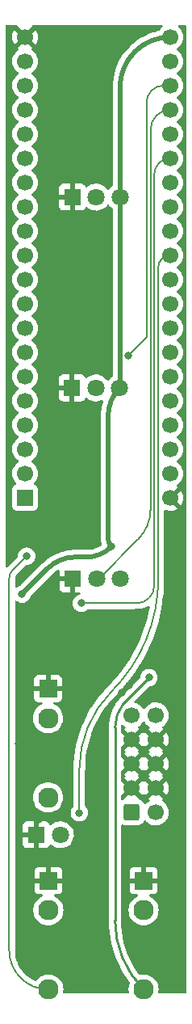
<source format=gbr>
%TF.GenerationSoftware,KiCad,Pcbnew,6.0.11+dfsg-1~bpo11+1*%
%TF.CreationDate,2023-04-14T10:24:11+08:00*%
%TF.ProjectId,MiniVerb - Main,4d696e69-5665-4726-9220-2d204d61696e,rev?*%
%TF.SameCoordinates,Original*%
%TF.FileFunction,Copper,L1,Top*%
%TF.FilePolarity,Positive*%
%FSLAX46Y46*%
G04 Gerber Fmt 4.6, Leading zero omitted, Abs format (unit mm)*
G04 Created by KiCad (PCBNEW 6.0.11+dfsg-1~bpo11+1) date 2023-04-14 10:24:11*
%MOMM*%
%LPD*%
G01*
G04 APERTURE LIST*
G04 Aperture macros list*
%AMRoundRect*
0 Rectangle with rounded corners*
0 $1 Rounding radius*
0 $2 $3 $4 $5 $6 $7 $8 $9 X,Y pos of 4 corners*
0 Add a 4 corners polygon primitive as box body*
4,1,4,$2,$3,$4,$5,$6,$7,$8,$9,$2,$3,0*
0 Add four circle primitives for the rounded corners*
1,1,$1+$1,$2,$3*
1,1,$1+$1,$4,$5*
1,1,$1+$1,$6,$7*
1,1,$1+$1,$8,$9*
0 Add four rect primitives between the rounded corners*
20,1,$1+$1,$2,$3,$4,$5,0*
20,1,$1+$1,$4,$5,$6,$7,0*
20,1,$1+$1,$6,$7,$8,$9,0*
20,1,$1+$1,$8,$9,$2,$3,0*%
G04 Aperture macros list end*
%TA.AperFunction,ComponentPad*%
%ADD10R,1.800000X1.800000*%
%TD*%
%TA.AperFunction,ComponentPad*%
%ADD11C,1.800000*%
%TD*%
%TA.AperFunction,ComponentPad*%
%ADD12R,1.930000X1.830000*%
%TD*%
%TA.AperFunction,ComponentPad*%
%ADD13C,2.130000*%
%TD*%
%TA.AperFunction,ComponentPad*%
%ADD14RoundRect,0.250000X-0.600000X-0.600000X0.600000X-0.600000X0.600000X0.600000X-0.600000X0.600000X0*%
%TD*%
%TA.AperFunction,ComponentPad*%
%ADD15C,1.700000*%
%TD*%
%TA.AperFunction,ComponentPad*%
%ADD16R,1.700000X1.700000*%
%TD*%
%TA.AperFunction,ViaPad*%
%ADD17C,0.800000*%
%TD*%
%TA.AperFunction,Conductor*%
%ADD18C,0.200000*%
%TD*%
%TA.AperFunction,Conductor*%
%ADD19C,0.500000*%
%TD*%
%TA.AperFunction,Conductor*%
%ADD20C,0.250000*%
%TD*%
G04 APERTURE END LIST*
D10*
%TO.P,FEEDBACK_POT1,1,1*%
%TO.N,GND*%
X167599067Y-88590933D03*
D11*
%TO.P,FEEDBACK_POT1,2,2*%
%TO.N,FEEDBACK*%
X170099067Y-88590933D03*
%TO.P,FEEDBACK_POT1,3,3*%
%TO.N,3V3_A*%
X172599067Y-88590933D03*
%TD*%
D12*
%TO.P,CV1_IN1,S*%
%TO.N,GND*%
X165069067Y-120085933D03*
D13*
%TO.P,CV1_IN1,T*%
%TO.N,Net-(C10-Pad1)*%
X165069067Y-131485933D03*
%TO.P,CV1_IN1,TN*%
%TO.N,unconnected-(CV1_IN1-PadTN)*%
X165069067Y-123185933D03*
%TD*%
D12*
%TO.P,AUDIO_OUT1,S*%
%TO.N,GND*%
X175099067Y-140207933D03*
D13*
%TO.P,AUDIO_OUT1,T*%
%TO.N,Net-(AUDIO_OUT1-PadT)*%
X175099067Y-151607933D03*
%TO.P,AUDIO_OUT1,TN*%
%TO.N,unconnected-(AUDIO_OUT1-PadTN)*%
X175099067Y-143307933D03*
%TD*%
D10*
%TO.P,MOD_POT1,1,1*%
%TO.N,GND*%
X167659067Y-108600933D03*
D11*
%TO.P,MOD_POT1,2,2*%
%TO.N,MOD*%
X170159067Y-108600933D03*
%TO.P,MOD_POT1,3,3*%
%TO.N,3V3_A*%
X172659067Y-108600933D03*
%TD*%
D10*
%TO.P,LEVEL_POT1,1,1*%
%TO.N,GND*%
X167619067Y-68600933D03*
D11*
%TO.P,LEVEL_POT1,2,2*%
%TO.N,LEVEL*%
X170119067Y-68600933D03*
%TO.P,LEVEL_POT1,3,3*%
%TO.N,3V3_A*%
X172619067Y-68600933D03*
%TD*%
D10*
%TO.P,D1,1,K*%
%TO.N,GND*%
X163825000Y-135400000D03*
D11*
%TO.P,D1,2,A*%
%TO.N,Net-(D1-Pad2)*%
X166365000Y-135400000D03*
%TD*%
D12*
%TO.P,AUDIO_IN1,S*%
%TO.N,GND*%
X165099067Y-140207933D03*
D13*
%TO.P,AUDIO_IN1,T*%
%TO.N,Net-(AUDIO_IN1-PadT)*%
X165099067Y-151607933D03*
%TO.P,AUDIO_IN1,TN*%
%TO.N,unconnected-(AUDIO_IN1-PadTN)*%
X165099067Y-143307933D03*
%TD*%
D14*
%TO.P,J1,1,Pin_1*%
%TO.N,Net-(FB2-Pad1)*%
X173846567Y-133056933D03*
D15*
%TO.P,J1,2,Pin_2*%
X176386567Y-133056933D03*
%TO.P,J1,3,Pin_3*%
%TO.N,GND*%
X173846567Y-130516933D03*
%TO.P,J1,4,Pin_4*%
X176386567Y-130516933D03*
%TO.P,J1,5,Pin_5*%
X173846567Y-127976933D03*
%TO.P,J1,6,Pin_6*%
X176386567Y-127976933D03*
%TO.P,J1,7,Pin_7*%
X173846567Y-125436933D03*
%TO.P,J1,8,Pin_8*%
X176386567Y-125436933D03*
%TO.P,J1,9,Pin_9*%
%TO.N,Net-(FB1-Pad1)*%
X173846567Y-122896933D03*
%TO.P,J1,10,Pin_10*%
X176386567Y-122896933D03*
%TD*%
D16*
%TO.P,A1,1,USB_HS_ID*%
%TO.N,unconnected-(A1-Pad1)*%
X162660000Y-100095933D03*
D15*
%TO.P,A1,2,SDMMC1_D3*%
%TO.N,unconnected-(A1-Pad2)*%
X162660000Y-97555933D03*
%TO.P,A1,3,SDMMC1_D2*%
%TO.N,unconnected-(A1-Pad3)*%
X162660000Y-95015933D03*
%TO.P,A1,4,SDMMC1_D1*%
%TO.N,unconnected-(A1-Pad4)*%
X162660000Y-92475933D03*
%TO.P,A1,5,SDMMC1_D0*%
%TO.N,unconnected-(A1-Pad5)*%
X162660000Y-89935933D03*
%TO.P,A1,6,SDMMC1_CMD*%
%TO.N,unconnected-(A1-Pad6)*%
X162660000Y-87395933D03*
%TO.P,A1,7,SDMMC1_CK*%
%TO.N,unconnected-(A1-Pad7)*%
X162660000Y-84855933D03*
%TO.P,A1,8,SPI1_NSS*%
%TO.N,unconnected-(A1-Pad8)*%
X162660000Y-82315933D03*
%TO.P,A1,9,SPI1_SCK*%
%TO.N,unconnected-(A1-Pad9)*%
X162660000Y-79775933D03*
%TO.P,A1,10,SPI1_MISO*%
%TO.N,unconnected-(A1-Pad10)*%
X162660000Y-77235933D03*
%TO.P,A1,11,SPI1_MOSI*%
%TO.N,unconnected-(A1-Pad11)*%
X162660000Y-74695933D03*
%TO.P,A1,12,I2C1_SCL*%
%TO.N,unconnected-(A1-Pad12)*%
X162660000Y-72155933D03*
%TO.P,A1,13,I2C1_SDA*%
%TO.N,unconnected-(A1-Pad13)*%
X162660000Y-69615933D03*
%TO.P,A1,14,USART1_TX*%
%TO.N,unconnected-(A1-Pad14)*%
X162660000Y-67075933D03*
%TO.P,A1,15,USART1_RX*%
%TO.N,unconnected-(A1-Pad15)*%
X162660000Y-64535933D03*
%TO.P,A1,16,AUDIO_IN_L*%
%TO.N,INT_AUDIO_IN1*%
X162660000Y-61995933D03*
%TO.P,A1,17,AUDIO_IN_R*%
%TO.N,unconnected-(A1-Pad17)*%
X162660000Y-59455933D03*
%TO.P,A1,18,AUDIO_OUT_L*%
%TO.N,INT_AUDIO_OUT1*%
X162660000Y-56915933D03*
%TO.P,A1,19,AUDIO_OUT_R*%
%TO.N,unconnected-(A1-Pad19)*%
X162660000Y-54375933D03*
%TO.P,A1,20,AGND*%
%TO.N,GND*%
X162660000Y-51835933D03*
%TO.P,A1,21,3V3_A*%
%TO.N,3V3_A*%
X177900000Y-51835933D03*
%TO.P,A1,22,ADC_INP10*%
%TO.N,LEVEL*%
X177900000Y-54375933D03*
%TO.P,A1,23,ADC_INP15*%
%TO.N,FEEDBACK*%
X177900000Y-56915933D03*
%TO.P,A1,24,ADC_INP5*%
%TO.N,MOD*%
X177900000Y-59455933D03*
%TO.P,A1,25,ADC_INP7*%
%TO.N,unconnected-(A1-Pad25)*%
X177900000Y-61995933D03*
%TO.P,A1,26,ADC_INP3*%
%TO.N,CV1*%
X177900000Y-64535933D03*
%TO.P,A1,27,ADC_INP11*%
%TO.N,unconnected-(A1-Pad27)*%
X177900000Y-67075933D03*
%TO.P,A1,28,ADC1_INP4*%
%TO.N,unconnected-(A1-Pad28)*%
X177900000Y-69615933D03*
%TO.P,A1,29,DAC1_OUT2*%
%TO.N,unconnected-(A1-Pad29)*%
X177900000Y-72155933D03*
%TO.P,A1,30,DAC1_OUT1*%
%TO.N,LED*%
X177900000Y-74695933D03*
%TO.P,A1,31,SAI2_MCLK_B*%
%TO.N,unconnected-(A1-Pad31)*%
X177900000Y-77235933D03*
%TO.P,A1,32,SAI2_SD_B*%
%TO.N,unconnected-(A1-Pad32)*%
X177900000Y-79775933D03*
%TO.P,A1,33,SAI2_SD_A*%
%TO.N,unconnected-(A1-Pad33)*%
X177900000Y-82315933D03*
%TO.P,A1,34,SAI2_FS_B*%
%TO.N,unconnected-(A1-Pad34)*%
X177900000Y-84855933D03*
%TO.P,A1,35,SAI2_SCK_B*%
%TO.N,unconnected-(A1-Pad35)*%
X177900000Y-87395933D03*
%TO.P,A1,36,USB_HS_D_-*%
%TO.N,unconnected-(A1-Pad36)*%
X177900000Y-89935933D03*
%TO.P,A1,37,USB_HS_D_+*%
%TO.N,unconnected-(A1-Pad37)*%
X177900000Y-92475933D03*
%TO.P,A1,38,3V3_D*%
%TO.N,unconnected-(A1-Pad38)*%
X177900000Y-95015933D03*
%TO.P,A1,39,VIN*%
%TO.N,+12V*%
X177900000Y-97555933D03*
%TO.P,A1,40,GND*%
%TO.N,GND*%
X177900000Y-100095933D03*
%TD*%
D17*
%TO.N,GND*%
X168074067Y-114120933D03*
X163824067Y-112120933D03*
X164649067Y-128045933D03*
X174899067Y-117895933D03*
X162049067Y-124445933D03*
X177549067Y-118295933D03*
X164099067Y-133795933D03*
X177199067Y-119345933D03*
X162799067Y-131945933D03*
X168549067Y-122095933D03*
X164549067Y-126745933D03*
X162649067Y-112120933D03*
X170749067Y-72995933D03*
X169149067Y-121145933D03*
X167999067Y-102320933D03*
X164974067Y-99670933D03*
X175549067Y-121195933D03*
X161999067Y-125845933D03*
X164899067Y-96945933D03*
X167299067Y-124795933D03*
X171099067Y-74745933D03*
X162049067Y-121545933D03*
X165049067Y-129095933D03*
X176599067Y-120445933D03*
X169799067Y-120295933D03*
X162099067Y-122945933D03*
X168899067Y-102320933D03*
X168874067Y-99745933D03*
X177924067Y-109220933D03*
X166874067Y-99295933D03*
X164499067Y-125495933D03*
X167999067Y-120545933D03*
X168949067Y-113170933D03*
X172799067Y-120495933D03*
X168049067Y-123345933D03*
X165076820Y-101025500D03*
X165074067Y-98395933D03*
X166049067Y-70745933D03*
X162099067Y-120245933D03*
X162049067Y-127345933D03*
X174299067Y-118845933D03*
X177774067Y-105720933D03*
X171149067Y-71745933D03*
X162899067Y-130745933D03*
X167199067Y-122845933D03*
X170999067Y-70695933D03*
X169824067Y-102295933D03*
X170649067Y-119645933D03*
X166299067Y-97370933D03*
X170549067Y-76445933D03*
X167399067Y-121695933D03*
X167974067Y-99720933D03*
X163199067Y-133095933D03*
X169974067Y-112470933D03*
X177899067Y-107495933D03*
X173549067Y-119745933D03*
X169749067Y-99745933D03*
%TO.N,LED*%
X168350002Y-133093750D03*
%TO.N,3V3_A*%
X162349067Y-110195933D03*
X171724068Y-105220934D03*
%TO.N,FEEDBACK*%
X173470000Y-85220000D03*
%TO.N,Net-(AUDIO_IN1-PadT)*%
X162825000Y-106225000D03*
%TO.N,Net-(AUDIO_OUT1-PadT)*%
X175649067Y-118945933D03*
%TO.N,CV1*%
X168574067Y-111145933D03*
%TD*%
D18*
%TO.N,LED*%
X176639067Y-108565429D02*
X176639067Y-75956866D01*
X168350000Y-133093748D02*
X168350000Y-128577006D01*
X168350002Y-133093750D02*
X168350000Y-133093748D01*
X177900000Y-74695967D02*
G75*
G03*
X176639067Y-75956866I0J-1260933D01*
G01*
X176639098Y-108565429D02*
G75*
G02*
X171749067Y-120370933I-16695498J29D01*
G01*
X171749072Y-120370938D02*
G75*
G03*
X168350000Y-128577006I8206028J-8206062D01*
G01*
D19*
%TO.N,3V3_A*%
X162349067Y-110195933D02*
X165039663Y-107505337D01*
X167899067Y-106320933D02*
X169068436Y-106320933D01*
X171374067Y-104375957D02*
X171374067Y-91548344D01*
X172619067Y-68600933D02*
X172619067Y-88542649D01*
X172619067Y-57116866D02*
X172619067Y-68600933D01*
X177900000Y-51835967D02*
G75*
G03*
X172619067Y-57116866I0J-5280933D01*
G01*
X171374085Y-104375957D02*
G75*
G03*
X171724069Y-105220933I1194915J-43D01*
G01*
X167899067Y-106320898D02*
G75*
G03*
X165039663Y-107505337I33J-4043802D01*
G01*
X172599039Y-88590905D02*
G75*
G03*
X172619067Y-88542649I-48239J48305D01*
G01*
X171724051Y-105220917D02*
G75*
G02*
X169068436Y-106320933I-2655651J2655617D01*
G01*
X172599040Y-88590906D02*
G75*
G03*
X171374067Y-91548344I2957460J-2957394D01*
G01*
D18*
%TO.N,FEEDBACK*%
X175399067Y-82945933D02*
X175409067Y-82955933D01*
X177900000Y-56915933D02*
X177189067Y-56915933D01*
X175399067Y-58705933D02*
X175399067Y-82945933D01*
X175409067Y-82955933D02*
X175409067Y-83280933D01*
X175409067Y-83280933D02*
X173470000Y-85220000D01*
X175399133Y-58705933D02*
G75*
G02*
X177189067Y-56915933I1789967J33D01*
G01*
%TO.N,Net-(AUDIO_IN1-PadT)*%
X160989067Y-147497933D02*
X160989067Y-108525933D01*
X161317872Y-107732129D02*
X162825000Y-106225000D01*
X161317850Y-107732107D02*
G75*
G03*
X160989067Y-108525933I793850J-793793D01*
G01*
X160989067Y-147497933D02*
G75*
G03*
X165099067Y-151607933I4110033J33D01*
G01*
D20*
%TO.N,Net-(AUDIO_OUT1-PadT)*%
X173301149Y-121315940D02*
X173017234Y-121599855D01*
X175649067Y-118945933D02*
X173301149Y-121293851D01*
X172099067Y-124195933D02*
X172099067Y-144365293D01*
X172099043Y-124195933D02*
G75*
G02*
X173017234Y-121599855I4112657J5833D01*
G01*
X175099065Y-151607935D02*
G75*
G02*
X172099067Y-144365293I7242635J7242635D01*
G01*
D18*
%TO.N,CV1*%
X174498502Y-111143700D02*
X174126300Y-111143700D01*
X174126300Y-111143700D02*
X174124067Y-111145933D01*
X176218568Y-66217365D02*
X176218568Y-109293541D01*
X168574067Y-111145933D02*
X174124067Y-111145933D01*
X174498503Y-111143708D02*
G75*
G03*
X176218567Y-109293541I-137003J1852008D01*
G01*
X176218533Y-66217365D02*
G75*
G02*
X177900000Y-64535933I1681467J-35D01*
G01*
%TO.N,MOD*%
X174548400Y-104421600D02*
X174424067Y-104545933D01*
X174424067Y-104545933D02*
X170517560Y-108452440D01*
X175819067Y-61536866D02*
X175819067Y-101353941D01*
X175819033Y-61536866D02*
G75*
G02*
X177900000Y-59455933I2080967J-34D01*
G01*
X174548389Y-104421589D02*
G75*
G03*
X175819067Y-101353941I-3067689J3067689D01*
G01*
X170159067Y-108600895D02*
G75*
G03*
X170517560Y-108452440I33J506995D01*
G01*
%TD*%
%TA.AperFunction,Conductor*%
%TO.N,GND*%
G36*
X179532688Y-50574435D02*
G01*
X179579181Y-50628091D01*
X179590567Y-50680433D01*
X179590567Y-151919933D01*
X179570565Y-151988054D01*
X179516909Y-152034547D01*
X179464567Y-152045933D01*
X176771955Y-152045933D01*
X176703834Y-152025931D01*
X176657341Y-151972275D01*
X176647237Y-151902001D01*
X176649437Y-151890518D01*
X176656844Y-151859666D01*
X176656845Y-151859658D01*
X176658001Y-151854844D01*
X176677433Y-151607933D01*
X176658001Y-151361022D01*
X176656847Y-151356215D01*
X176656846Y-151356209D01*
X176601337Y-151125003D01*
X176600182Y-151120191D01*
X176598288Y-151115618D01*
X176507296Y-150895944D01*
X176507294Y-150895940D01*
X176505401Y-150891370D01*
X176375992Y-150680193D01*
X176215140Y-150491860D01*
X176026807Y-150331008D01*
X175815630Y-150201599D01*
X175811060Y-150199706D01*
X175811056Y-150199704D01*
X175591382Y-150108712D01*
X175591380Y-150108711D01*
X175586809Y-150106818D01*
X175464884Y-150077546D01*
X175350791Y-150050154D01*
X175350785Y-150050153D01*
X175345978Y-150048999D01*
X175099067Y-150029567D01*
X174852156Y-150048999D01*
X174847349Y-150050153D01*
X174847343Y-150050154D01*
X174718475Y-150081093D01*
X174647567Y-150077546D01*
X174587574Y-150033249D01*
X174435794Y-149826974D01*
X174431471Y-149820711D01*
X174253417Y-149545320D01*
X174120447Y-149339658D01*
X174116513Y-149333151D01*
X174012382Y-149148521D01*
X173835105Y-148834202D01*
X173831568Y-148827463D01*
X173580800Y-148312433D01*
X173577676Y-148305492D01*
X173358459Y-147776258D01*
X173355760Y-147769141D01*
X173168900Y-147227639D01*
X173166636Y-147220373D01*
X173012815Y-146668588D01*
X173010993Y-146661198D01*
X172890764Y-146101112D01*
X172889392Y-146093625D01*
X172803200Y-145527305D01*
X172802283Y-145519750D01*
X172752974Y-144977130D01*
X172750443Y-144949271D01*
X172749983Y-144941681D01*
X172747723Y-144866867D01*
X172733900Y-144409421D01*
X172734921Y-144389173D01*
X172737185Y-144371976D01*
X172733328Y-144337040D01*
X172732567Y-144323213D01*
X172732567Y-143307933D01*
X173520701Y-143307933D01*
X173540133Y-143554844D01*
X173541287Y-143559651D01*
X173541288Y-143559657D01*
X173577566Y-143710763D01*
X173597952Y-143795675D01*
X173692733Y-144024496D01*
X173822142Y-144235673D01*
X173982994Y-144424006D01*
X174171327Y-144584858D01*
X174382504Y-144714267D01*
X174387074Y-144716160D01*
X174387078Y-144716162D01*
X174606752Y-144807154D01*
X174611325Y-144809048D01*
X174696237Y-144829434D01*
X174847343Y-144865712D01*
X174847349Y-144865713D01*
X174852156Y-144866867D01*
X175099067Y-144886299D01*
X175345978Y-144866867D01*
X175350785Y-144865713D01*
X175350791Y-144865712D01*
X175501897Y-144829434D01*
X175586809Y-144809048D01*
X175591382Y-144807154D01*
X175811056Y-144716162D01*
X175811060Y-144716160D01*
X175815630Y-144714267D01*
X176026807Y-144584858D01*
X176215140Y-144424006D01*
X176375992Y-144235673D01*
X176505401Y-144024496D01*
X176600182Y-143795675D01*
X176620568Y-143710763D01*
X176656846Y-143559657D01*
X176656847Y-143559651D01*
X176658001Y-143554844D01*
X176677433Y-143307933D01*
X176658001Y-143061022D01*
X176656847Y-143056215D01*
X176656846Y-143056209D01*
X176601337Y-142825003D01*
X176600182Y-142820191D01*
X176505401Y-142591370D01*
X176375992Y-142380193D01*
X176215140Y-142191860D01*
X176026807Y-142031008D01*
X175815630Y-141901599D01*
X175747409Y-141873341D01*
X175692129Y-141828792D01*
X175669708Y-141761429D01*
X175687266Y-141692638D01*
X175739229Y-141644259D01*
X175795628Y-141630932D01*
X176108736Y-141630932D01*
X176115557Y-141630562D01*
X176166419Y-141625038D01*
X176181671Y-141621412D01*
X176302121Y-141576257D01*
X176317716Y-141567719D01*
X176419791Y-141491218D01*
X176432352Y-141478657D01*
X176508853Y-141376582D01*
X176517391Y-141360987D01*
X176562545Y-141240539D01*
X176566172Y-141225284D01*
X176571698Y-141174419D01*
X176572067Y-141167605D01*
X176572067Y-140480048D01*
X176567592Y-140464809D01*
X176566202Y-140463604D01*
X176558519Y-140461933D01*
X173644183Y-140461933D01*
X173628944Y-140466408D01*
X173627739Y-140467798D01*
X173626068Y-140475481D01*
X173626068Y-141167602D01*
X173626438Y-141174423D01*
X173631962Y-141225285D01*
X173635588Y-141240537D01*
X173680743Y-141360987D01*
X173689281Y-141376582D01*
X173765782Y-141478657D01*
X173778343Y-141491218D01*
X173880418Y-141567719D01*
X173896013Y-141576257D01*
X174016461Y-141621411D01*
X174031716Y-141625038D01*
X174082581Y-141630564D01*
X174089395Y-141630933D01*
X174402505Y-141630933D01*
X174470626Y-141650935D01*
X174517119Y-141704591D01*
X174527223Y-141774865D01*
X174497729Y-141839445D01*
X174450724Y-141873341D01*
X174422427Y-141885062D01*
X174387078Y-141899704D01*
X174387074Y-141899706D01*
X174382504Y-141901599D01*
X174171327Y-142031008D01*
X173982994Y-142191860D01*
X173822142Y-142380193D01*
X173692733Y-142591370D01*
X173597952Y-142820191D01*
X173596797Y-142825003D01*
X173541288Y-143056209D01*
X173541287Y-143056215D01*
X173540133Y-143061022D01*
X173520701Y-143307933D01*
X172732567Y-143307933D01*
X172732567Y-139935818D01*
X173626067Y-139935818D01*
X173630542Y-139951057D01*
X173631932Y-139952262D01*
X173639615Y-139953933D01*
X174826952Y-139953933D01*
X174842191Y-139949458D01*
X174843396Y-139948068D01*
X174845067Y-139940385D01*
X174845067Y-139935818D01*
X175353067Y-139935818D01*
X175357542Y-139951057D01*
X175358932Y-139952262D01*
X175366615Y-139953933D01*
X176553951Y-139953933D01*
X176569190Y-139949458D01*
X176570395Y-139948068D01*
X176572066Y-139940385D01*
X176572066Y-139248264D01*
X176571696Y-139241443D01*
X176566172Y-139190581D01*
X176562546Y-139175329D01*
X176517391Y-139054879D01*
X176508853Y-139039284D01*
X176432352Y-138937209D01*
X176419791Y-138924648D01*
X176317716Y-138848147D01*
X176302121Y-138839609D01*
X176181673Y-138794455D01*
X176166418Y-138790828D01*
X176115553Y-138785302D01*
X176108739Y-138784933D01*
X175371182Y-138784933D01*
X175355943Y-138789408D01*
X175354738Y-138790798D01*
X175353067Y-138798481D01*
X175353067Y-139935818D01*
X174845067Y-139935818D01*
X174845067Y-138803049D01*
X174840592Y-138787810D01*
X174839202Y-138786605D01*
X174831519Y-138784934D01*
X174089398Y-138784934D01*
X174082577Y-138785304D01*
X174031715Y-138790828D01*
X174016463Y-138794454D01*
X173896013Y-138839609D01*
X173880418Y-138848147D01*
X173778343Y-138924648D01*
X173765782Y-138937209D01*
X173689281Y-139039284D01*
X173680743Y-139054879D01*
X173635589Y-139175327D01*
X173631962Y-139190582D01*
X173626436Y-139241447D01*
X173626067Y-139248261D01*
X173626067Y-139935818D01*
X172732567Y-139935818D01*
X172732567Y-134456706D01*
X172752569Y-134388585D01*
X172806225Y-134342092D01*
X172876499Y-134331988D01*
X172911816Y-134342511D01*
X172917597Y-134345207D01*
X172923829Y-134349048D01*
X173024365Y-134382394D01*
X173085178Y-134402565D01*
X173085180Y-134402565D01*
X173091706Y-134404730D01*
X173098542Y-134405430D01*
X173098545Y-134405431D01*
X173137939Y-134409467D01*
X173196167Y-134415433D01*
X174496967Y-134415433D01*
X174500213Y-134415096D01*
X174500217Y-134415096D01*
X174595875Y-134405171D01*
X174595879Y-134405170D01*
X174602733Y-134404459D01*
X174609269Y-134402278D01*
X174609271Y-134402278D01*
X174758344Y-134352543D01*
X174770513Y-134348483D01*
X174920915Y-134255411D01*
X175045872Y-134130236D01*
X175064821Y-134099496D01*
X175134843Y-133985899D01*
X175138682Y-133979671D01*
X175140985Y-133972728D01*
X175143330Y-133967699D01*
X175190247Y-133914414D01*
X175258525Y-133894954D01*
X175326485Y-133915497D01*
X175352761Y-133938453D01*
X175427861Y-134025150D01*
X175432817Y-134030871D01*
X175604693Y-134173565D01*
X175797567Y-134286271D01*
X176006259Y-134365963D01*
X176011327Y-134366994D01*
X176011330Y-134366995D01*
X176087019Y-134382394D01*
X176225164Y-134410500D01*
X176230339Y-134410690D01*
X176230341Y-134410690D01*
X176443240Y-134418497D01*
X176443244Y-134418497D01*
X176448404Y-134418686D01*
X176453524Y-134418030D01*
X176453526Y-134418030D01*
X176664855Y-134390958D01*
X176664856Y-134390958D01*
X176669983Y-134390301D01*
X176675703Y-134388585D01*
X176878996Y-134327594D01*
X176879001Y-134327592D01*
X176883951Y-134326107D01*
X177084561Y-134227829D01*
X177266427Y-134098106D01*
X177424663Y-133940422D01*
X177555020Y-133759010D01*
X177618438Y-133630694D01*
X177651703Y-133563386D01*
X177651704Y-133563384D01*
X177653997Y-133558744D01*
X177718937Y-133345002D01*
X177748096Y-133123523D01*
X177748663Y-133100315D01*
X177749641Y-133060298D01*
X177749641Y-133060294D01*
X177749723Y-133056933D01*
X177731419Y-132834294D01*
X177676998Y-132617635D01*
X177587921Y-132412773D01*
X177466581Y-132225210D01*
X177316237Y-132059984D01*
X177312186Y-132056785D01*
X177312182Y-132056781D01*
X177144981Y-131924733D01*
X177144977Y-131924731D01*
X177140926Y-131921531D01*
X177099136Y-131898462D01*
X177049165Y-131848030D01*
X177034393Y-131778587D01*
X177059509Y-131712181D01*
X177086860Y-131685575D01*
X177135814Y-131650656D01*
X177144215Y-131639956D01*
X177137227Y-131626803D01*
X176399379Y-130888955D01*
X176385435Y-130881341D01*
X176383602Y-130881472D01*
X176376987Y-130885723D01*
X175633304Y-131629406D01*
X175626544Y-131641786D01*
X175631825Y-131648840D01*
X175678536Y-131676136D01*
X175727260Y-131727774D01*
X175740331Y-131797557D01*
X175713600Y-131863329D01*
X175673151Y-131896685D01*
X175660174Y-131903440D01*
X175656041Y-131906543D01*
X175656038Y-131906545D01*
X175485667Y-132034463D01*
X175481532Y-132037568D01*
X175390348Y-132132987D01*
X175347594Y-132177726D01*
X175286070Y-132213156D01*
X175215157Y-132209699D01*
X175157371Y-132168453D01*
X175142400Y-132144127D01*
X175140432Y-132139927D01*
X175138117Y-132132987D01*
X175045045Y-131982585D01*
X174919870Y-131857628D01*
X174826851Y-131800290D01*
X174775535Y-131768658D01*
X174775533Y-131768657D01*
X174769305Y-131764818D01*
X174715541Y-131746985D01*
X174694207Y-131739909D01*
X174635847Y-131699478D01*
X174625296Y-131674079D01*
X174622991Y-131675303D01*
X174597227Y-131626803D01*
X173859379Y-130888955D01*
X173845435Y-130881341D01*
X173843602Y-130881472D01*
X173836987Y-130885723D01*
X173093304Y-131629406D01*
X173070552Y-131671072D01*
X173068344Y-131681220D01*
X173018141Y-131731421D01*
X172997634Y-131740357D01*
X172922621Y-131765383D01*
X172916399Y-131769234D01*
X172912017Y-131771286D01*
X172841844Y-131782070D01*
X172776981Y-131753204D01*
X172738020Y-131693853D01*
X172732567Y-131657185D01*
X172732567Y-131323913D01*
X172752569Y-131255792D01*
X172769472Y-131234818D01*
X173474545Y-130529745D01*
X173480923Y-130518065D01*
X174210975Y-130518065D01*
X174211106Y-130519898D01*
X174215357Y-130526513D01*
X174957041Y-131268197D01*
X174969051Y-131274756D01*
X174980790Y-131265788D01*
X175014589Y-131218752D01*
X175015716Y-131219562D01*
X175063226Y-131175814D01*
X175133163Y-131163594D01*
X175198605Y-131191124D01*
X175226437Y-131222962D01*
X175253026Y-131266352D01*
X175263483Y-131275813D01*
X175272261Y-131272029D01*
X176014545Y-130529745D01*
X176020923Y-130518065D01*
X176750975Y-130518065D01*
X176751106Y-130519898D01*
X176755357Y-130526513D01*
X177497041Y-131268197D01*
X177509051Y-131274756D01*
X177520790Y-131265788D01*
X177551571Y-131222952D01*
X177556882Y-131214113D01*
X177651237Y-131023200D01*
X177655036Y-131013605D01*
X177716943Y-130809848D01*
X177719122Y-130799767D01*
X177747157Y-130586820D01*
X177747676Y-130580145D01*
X177749139Y-130520297D01*
X177748945Y-130513579D01*
X177731348Y-130299537D01*
X177729663Y-130289357D01*
X177677781Y-130082808D01*
X177674461Y-130073057D01*
X177589539Y-129877747D01*
X177584672Y-129868672D01*
X177519630Y-129768130D01*
X177508944Y-129758928D01*
X177499379Y-129763331D01*
X176758589Y-130504121D01*
X176750975Y-130518065D01*
X176020923Y-130518065D01*
X176022159Y-130515801D01*
X176022028Y-130513968D01*
X176017777Y-130507353D01*
X175276416Y-129765992D01*
X175264880Y-129759692D01*
X175252595Y-129769317D01*
X175219759Y-129817453D01*
X175164848Y-129862456D01*
X175094323Y-129870627D01*
X175030576Y-129839373D01*
X175009878Y-129814888D01*
X174979629Y-129768130D01*
X174968944Y-129758928D01*
X174959379Y-129763331D01*
X174218589Y-130504121D01*
X174210975Y-130518065D01*
X173480923Y-130518065D01*
X173482159Y-130515801D01*
X173482028Y-130513968D01*
X173477777Y-130507353D01*
X172769472Y-129799048D01*
X172735446Y-129736736D01*
X172732567Y-129709953D01*
X172732567Y-129101786D01*
X173086544Y-129101786D01*
X173091825Y-129108840D01*
X173139046Y-129136434D01*
X173187770Y-129188072D01*
X173200841Y-129257855D01*
X173174110Y-129323627D01*
X173133654Y-129356986D01*
X173125033Y-129361474D01*
X173116301Y-129366972D01*
X173096244Y-129382032D01*
X173087790Y-129393360D01*
X173094535Y-129405691D01*
X173833755Y-130144911D01*
X173847699Y-130152525D01*
X173849532Y-130152394D01*
X173856147Y-130148143D01*
X174599956Y-129404334D01*
X174606977Y-129391477D01*
X174600178Y-129382146D01*
X174596126Y-129379454D01*
X174558683Y-129358785D01*
X174508712Y-129308353D01*
X174493940Y-129238910D01*
X174519056Y-129172505D01*
X174546407Y-129145898D01*
X174595814Y-129110656D01*
X174602778Y-129101786D01*
X175626544Y-129101786D01*
X175631825Y-129108840D01*
X175679046Y-129136434D01*
X175727770Y-129188072D01*
X175740841Y-129257855D01*
X175714110Y-129323627D01*
X175673654Y-129356986D01*
X175665033Y-129361474D01*
X175656301Y-129366972D01*
X175636244Y-129382032D01*
X175627790Y-129393360D01*
X175634535Y-129405691D01*
X176373755Y-130144911D01*
X176387699Y-130152525D01*
X176389532Y-130152394D01*
X176396147Y-130148143D01*
X177139956Y-129404334D01*
X177146977Y-129391477D01*
X177140178Y-129382146D01*
X177136126Y-129379454D01*
X177098683Y-129358785D01*
X177048712Y-129308353D01*
X177033940Y-129238910D01*
X177059056Y-129172505D01*
X177086407Y-129145898D01*
X177135814Y-129110656D01*
X177144215Y-129099956D01*
X177137227Y-129086803D01*
X176399379Y-128348955D01*
X176385435Y-128341341D01*
X176383602Y-128341472D01*
X176376987Y-128345723D01*
X175633304Y-129089406D01*
X175626544Y-129101786D01*
X174602778Y-129101786D01*
X174604215Y-129099956D01*
X174597227Y-129086803D01*
X173859379Y-128348955D01*
X173845435Y-128341341D01*
X173843602Y-128341472D01*
X173836987Y-128345723D01*
X173093304Y-129089406D01*
X173086544Y-129101786D01*
X172732567Y-129101786D01*
X172732567Y-128783913D01*
X172752569Y-128715792D01*
X172769472Y-128694818D01*
X173474545Y-127989745D01*
X173480923Y-127978065D01*
X174210975Y-127978065D01*
X174211106Y-127979898D01*
X174215357Y-127986513D01*
X174957041Y-128728197D01*
X174969051Y-128734756D01*
X174980790Y-128725788D01*
X175014589Y-128678752D01*
X175015716Y-128679562D01*
X175063226Y-128635814D01*
X175133163Y-128623594D01*
X175198605Y-128651124D01*
X175226437Y-128682962D01*
X175253026Y-128726352D01*
X175263483Y-128735813D01*
X175272261Y-128732029D01*
X176014545Y-127989745D01*
X176020923Y-127978065D01*
X176750975Y-127978065D01*
X176751106Y-127979898D01*
X176755357Y-127986513D01*
X177497041Y-128728197D01*
X177509051Y-128734756D01*
X177520790Y-128725788D01*
X177551571Y-128682952D01*
X177556882Y-128674113D01*
X177651237Y-128483200D01*
X177655036Y-128473605D01*
X177716943Y-128269848D01*
X177719122Y-128259767D01*
X177747157Y-128046820D01*
X177747676Y-128040145D01*
X177749139Y-127980297D01*
X177748945Y-127973579D01*
X177731348Y-127759537D01*
X177729663Y-127749357D01*
X177677781Y-127542808D01*
X177674461Y-127533057D01*
X177589539Y-127337747D01*
X177584672Y-127328672D01*
X177519630Y-127228130D01*
X177508944Y-127218928D01*
X177499379Y-127223331D01*
X176758589Y-127964121D01*
X176750975Y-127978065D01*
X176020923Y-127978065D01*
X176022159Y-127975801D01*
X176022028Y-127973968D01*
X176017777Y-127967353D01*
X175276416Y-127225992D01*
X175264880Y-127219692D01*
X175252595Y-127229317D01*
X175219759Y-127277453D01*
X175164848Y-127322456D01*
X175094323Y-127330627D01*
X175030576Y-127299373D01*
X175009878Y-127274888D01*
X174979629Y-127228130D01*
X174968944Y-127218928D01*
X174959379Y-127223331D01*
X174218589Y-127964121D01*
X174210975Y-127978065D01*
X173480923Y-127978065D01*
X173482159Y-127975801D01*
X173482028Y-127973968D01*
X173477777Y-127967353D01*
X172769472Y-127259048D01*
X172735446Y-127196736D01*
X172732567Y-127169953D01*
X172732567Y-126561786D01*
X173086544Y-126561786D01*
X173091825Y-126568840D01*
X173139046Y-126596434D01*
X173187770Y-126648072D01*
X173200841Y-126717855D01*
X173174110Y-126783627D01*
X173133654Y-126816986D01*
X173125033Y-126821474D01*
X173116301Y-126826972D01*
X173096244Y-126842032D01*
X173087790Y-126853360D01*
X173094535Y-126865691D01*
X173833755Y-127604911D01*
X173847699Y-127612525D01*
X173849532Y-127612394D01*
X173856147Y-127608143D01*
X174599956Y-126864334D01*
X174606977Y-126851477D01*
X174600178Y-126842146D01*
X174596126Y-126839454D01*
X174558683Y-126818785D01*
X174508712Y-126768353D01*
X174493940Y-126698910D01*
X174519056Y-126632505D01*
X174546407Y-126605898D01*
X174595814Y-126570656D01*
X174602778Y-126561786D01*
X175626544Y-126561786D01*
X175631825Y-126568840D01*
X175679046Y-126596434D01*
X175727770Y-126648072D01*
X175740841Y-126717855D01*
X175714110Y-126783627D01*
X175673654Y-126816986D01*
X175665033Y-126821474D01*
X175656301Y-126826972D01*
X175636244Y-126842032D01*
X175627790Y-126853360D01*
X175634535Y-126865691D01*
X176373755Y-127604911D01*
X176387699Y-127612525D01*
X176389532Y-127612394D01*
X176396147Y-127608143D01*
X177139956Y-126864334D01*
X177146977Y-126851477D01*
X177140178Y-126842146D01*
X177136126Y-126839454D01*
X177098683Y-126818785D01*
X177048712Y-126768353D01*
X177033940Y-126698910D01*
X177059056Y-126632505D01*
X177086407Y-126605898D01*
X177135814Y-126570656D01*
X177144215Y-126559956D01*
X177137227Y-126546803D01*
X176399379Y-125808955D01*
X176385435Y-125801341D01*
X176383602Y-125801472D01*
X176376987Y-125805723D01*
X175633304Y-126549406D01*
X175626544Y-126561786D01*
X174602778Y-126561786D01*
X174604215Y-126559956D01*
X174597227Y-126546803D01*
X173859379Y-125808955D01*
X173845435Y-125801341D01*
X173843602Y-125801472D01*
X173836987Y-125805723D01*
X173093304Y-126549406D01*
X173086544Y-126561786D01*
X172732567Y-126561786D01*
X172732567Y-126243913D01*
X172752569Y-126175792D01*
X172769472Y-126154818D01*
X173474545Y-125449745D01*
X173480923Y-125438065D01*
X174210975Y-125438065D01*
X174211106Y-125439898D01*
X174215357Y-125446513D01*
X174957041Y-126188197D01*
X174969051Y-126194756D01*
X174980790Y-126185788D01*
X175014589Y-126138752D01*
X175015716Y-126139562D01*
X175063226Y-126095814D01*
X175133163Y-126083594D01*
X175198605Y-126111124D01*
X175226437Y-126142962D01*
X175253026Y-126186352D01*
X175263483Y-126195813D01*
X175272261Y-126192029D01*
X176014545Y-125449745D01*
X176020923Y-125438065D01*
X176750975Y-125438065D01*
X176751106Y-125439898D01*
X176755357Y-125446513D01*
X177497041Y-126188197D01*
X177509051Y-126194756D01*
X177520790Y-126185788D01*
X177551571Y-126142952D01*
X177556882Y-126134113D01*
X177651237Y-125943200D01*
X177655036Y-125933605D01*
X177716943Y-125729848D01*
X177719122Y-125719767D01*
X177747157Y-125506820D01*
X177747676Y-125500145D01*
X177749139Y-125440297D01*
X177748945Y-125433579D01*
X177731348Y-125219537D01*
X177729663Y-125209357D01*
X177677781Y-125002808D01*
X177674461Y-124993057D01*
X177589539Y-124797747D01*
X177584672Y-124788672D01*
X177519630Y-124688130D01*
X177508944Y-124678928D01*
X177499379Y-124683331D01*
X176758589Y-125424121D01*
X176750975Y-125438065D01*
X176020923Y-125438065D01*
X176022159Y-125435801D01*
X176022028Y-125433968D01*
X176017777Y-125427353D01*
X175276416Y-124685992D01*
X175264880Y-124679692D01*
X175252595Y-124689317D01*
X175219759Y-124737453D01*
X175164848Y-124782456D01*
X175094323Y-124790627D01*
X175030576Y-124759373D01*
X175009878Y-124734888D01*
X174979629Y-124688130D01*
X174968944Y-124678928D01*
X174959379Y-124683331D01*
X174218589Y-125424121D01*
X174210975Y-125438065D01*
X173480923Y-125438065D01*
X173482159Y-125435801D01*
X173482028Y-125433968D01*
X173477777Y-125427353D01*
X172769472Y-124719048D01*
X172735446Y-124656736D01*
X172732567Y-124629953D01*
X172732567Y-124245412D01*
X172733622Y-124229142D01*
X172736213Y-124209247D01*
X172736213Y-124209244D01*
X172737194Y-124201711D01*
X172734818Y-124180466D01*
X172734178Y-124160500D01*
X172736597Y-124109459D01*
X172741429Y-124007475D01*
X172764633Y-123940379D01*
X172820429Y-123896477D01*
X172891103Y-123889711D01*
X172947772Y-123916496D01*
X173064693Y-124013565D01*
X173138522Y-124056707D01*
X173187246Y-124108345D01*
X173200317Y-124178128D01*
X173173586Y-124243900D01*
X173133129Y-124277260D01*
X173125027Y-124281477D01*
X173116301Y-124286972D01*
X173096244Y-124302032D01*
X173087790Y-124313360D01*
X173094535Y-124325691D01*
X173833755Y-125064911D01*
X173847699Y-125072525D01*
X173849532Y-125072394D01*
X173856147Y-125068143D01*
X174599956Y-124324334D01*
X174606977Y-124311477D01*
X174600178Y-124302146D01*
X174596126Y-124299454D01*
X174559169Y-124279053D01*
X174509198Y-124228620D01*
X174494426Y-124159178D01*
X174519542Y-124092772D01*
X174546894Y-124066165D01*
X174570364Y-124049424D01*
X174726427Y-123938106D01*
X174774992Y-123889711D01*
X174881002Y-123784070D01*
X174884663Y-123780422D01*
X175015020Y-123599010D01*
X175016343Y-123599961D01*
X175063212Y-123556790D01*
X175133147Y-123544558D01*
X175198593Y-123572077D01*
X175226442Y-123603927D01*
X175228674Y-123607569D01*
X175286554Y-123702021D01*
X175432817Y-123870871D01*
X175604693Y-124013565D01*
X175678522Y-124056707D01*
X175727246Y-124108345D01*
X175740317Y-124178128D01*
X175713586Y-124243900D01*
X175673129Y-124277260D01*
X175665027Y-124281477D01*
X175656301Y-124286972D01*
X175636244Y-124302032D01*
X175627790Y-124313360D01*
X175634535Y-124325691D01*
X176373755Y-125064911D01*
X176387699Y-125072525D01*
X176389532Y-125072394D01*
X176396147Y-125068143D01*
X177139956Y-124324334D01*
X177146977Y-124311477D01*
X177140178Y-124302146D01*
X177136126Y-124299454D01*
X177099169Y-124279053D01*
X177049198Y-124228620D01*
X177034426Y-124159178D01*
X177059542Y-124092772D01*
X177086894Y-124066165D01*
X177110364Y-124049424D01*
X177266427Y-123938106D01*
X177314992Y-123889711D01*
X177421002Y-123784070D01*
X177424663Y-123780422D01*
X177555020Y-123599010D01*
X177575887Y-123556790D01*
X177651703Y-123403386D01*
X177651704Y-123403384D01*
X177653997Y-123398744D01*
X177718937Y-123185002D01*
X177748096Y-122963523D01*
X177749723Y-122896933D01*
X177731419Y-122674294D01*
X177676998Y-122457635D01*
X177587921Y-122252773D01*
X177472019Y-122073616D01*
X177469389Y-122069550D01*
X177469387Y-122069547D01*
X177466581Y-122065210D01*
X177316237Y-121899984D01*
X177312186Y-121896785D01*
X177312182Y-121896781D01*
X177144981Y-121764733D01*
X177144977Y-121764731D01*
X177140926Y-121761531D01*
X176945356Y-121653571D01*
X176940487Y-121651847D01*
X176940483Y-121651845D01*
X176739654Y-121580728D01*
X176739650Y-121580727D01*
X176734779Y-121579002D01*
X176729686Y-121578095D01*
X176729683Y-121578094D01*
X176519940Y-121540733D01*
X176519934Y-121540732D01*
X176514851Y-121539827D01*
X176441019Y-121538925D01*
X176296648Y-121537161D01*
X176296646Y-121537161D01*
X176291478Y-121537098D01*
X176070658Y-121570888D01*
X175858323Y-121640290D01*
X175660174Y-121743440D01*
X175656041Y-121746543D01*
X175656038Y-121746545D01*
X175485667Y-121874463D01*
X175481532Y-121877568D01*
X175327196Y-122039071D01*
X175219768Y-122196554D01*
X175164860Y-122241554D01*
X175094335Y-122249725D01*
X175030588Y-122218471D01*
X175009891Y-122193987D01*
X174929389Y-122069550D01*
X174929387Y-122069547D01*
X174926581Y-122065210D01*
X174776237Y-121899984D01*
X174772186Y-121896785D01*
X174772182Y-121896781D01*
X174604981Y-121764733D01*
X174604977Y-121764731D01*
X174600926Y-121761531D01*
X174405356Y-121653571D01*
X174400487Y-121651847D01*
X174400483Y-121651845D01*
X174199654Y-121580728D01*
X174199650Y-121580727D01*
X174194779Y-121579002D01*
X174189685Y-121578095D01*
X174184693Y-121576776D01*
X174185171Y-121574967D01*
X174128884Y-121546936D01*
X174092531Y-121485953D01*
X174094919Y-121414996D01*
X174125458Y-121365446D01*
X175599566Y-119891338D01*
X175661878Y-119857312D01*
X175688661Y-119854433D01*
X175744554Y-119854433D01*
X175751006Y-119853061D01*
X175751011Y-119853061D01*
X175837954Y-119834580D01*
X175931355Y-119814727D01*
X175937386Y-119812042D01*
X176099789Y-119739736D01*
X176099791Y-119739735D01*
X176105819Y-119737051D01*
X176260320Y-119624799D01*
X176388107Y-119482877D01*
X176483594Y-119317489D01*
X176542609Y-119135861D01*
X176562571Y-118945933D01*
X176542609Y-118756005D01*
X176483594Y-118574377D01*
X176388107Y-118408989D01*
X176332442Y-118347166D01*
X176264742Y-118271978D01*
X176264741Y-118271977D01*
X176260320Y-118267067D01*
X176105819Y-118154815D01*
X176099791Y-118152131D01*
X176099789Y-118152130D01*
X175937386Y-118079824D01*
X175937385Y-118079824D01*
X175931355Y-118077139D01*
X175837955Y-118057286D01*
X175751011Y-118038805D01*
X175751006Y-118038805D01*
X175744554Y-118037433D01*
X175553580Y-118037433D01*
X175547128Y-118038805D01*
X175547123Y-118038805D01*
X175460179Y-118057286D01*
X175366779Y-118077139D01*
X175360749Y-118079824D01*
X175360748Y-118079824D01*
X175198345Y-118152130D01*
X175198343Y-118152131D01*
X175192315Y-118154815D01*
X175037814Y-118267067D01*
X175033393Y-118271977D01*
X175033392Y-118271978D01*
X174965693Y-118347166D01*
X174910027Y-118408989D01*
X174814540Y-118574377D01*
X174755525Y-118756005D01*
X174754835Y-118762566D01*
X174754835Y-118762568D01*
X174738160Y-118921225D01*
X174711147Y-118986882D01*
X174701945Y-118997150D01*
X172825014Y-120874081D01*
X172753489Y-120966291D01*
X172743024Y-120978160D01*
X172579883Y-121141301D01*
X172576499Y-121144562D01*
X172530081Y-121187640D01*
X172521555Y-121197932D01*
X172519364Y-121201420D01*
X172517264Y-121204321D01*
X172516383Y-121205524D01*
X172280244Y-121523577D01*
X172250029Y-121572495D01*
X172123278Y-121777704D01*
X172067260Y-121868396D01*
X172066046Y-121870799D01*
X172066041Y-121870807D01*
X171965595Y-122069550D01*
X171884444Y-122230115D01*
X171883442Y-122232605D01*
X171786313Y-122473944D01*
X171733125Y-122606100D01*
X171614406Y-122993615D01*
X171529150Y-123389840D01*
X171477979Y-123791889D01*
X171468966Y-124010260D01*
X171462396Y-124169423D01*
X171461864Y-124175268D01*
X171461918Y-124175272D01*
X171461610Y-124179401D01*
X171461036Y-124183474D01*
X171460915Y-124196838D01*
X171462435Y-124209247D01*
X171464633Y-124227201D01*
X171465567Y-124242516D01*
X171465567Y-144311298D01*
X171464310Y-144329052D01*
X171461054Y-144351929D01*
X171460914Y-144365293D01*
X171461369Y-144369048D01*
X171461442Y-144370811D01*
X171477672Y-144949278D01*
X171478404Y-144975363D01*
X171529700Y-145583513D01*
X171615015Y-146187831D01*
X171734080Y-146786414D01*
X171886521Y-147377380D01*
X172071858Y-147958869D01*
X172072490Y-147960524D01*
X172283900Y-148514358D01*
X172289508Y-148529050D01*
X172538785Y-149086131D01*
X172818906Y-149628359D01*
X172819798Y-149629871D01*
X172819799Y-149629873D01*
X173066807Y-150048611D01*
X173128990Y-150154027D01*
X173129965Y-150155486D01*
X173129968Y-150155491D01*
X173467075Y-150660008D01*
X173467088Y-150660027D01*
X173468060Y-150661481D01*
X173631119Y-150878149D01*
X173656100Y-150944606D01*
X173646853Y-151002133D01*
X173599846Y-151115618D01*
X173597952Y-151120191D01*
X173596797Y-151125003D01*
X173541288Y-151356209D01*
X173541287Y-151356215D01*
X173540133Y-151361022D01*
X173520701Y-151607933D01*
X173540133Y-151854844D01*
X173541289Y-151859658D01*
X173541290Y-151859666D01*
X173548697Y-151890518D01*
X173545151Y-151961426D01*
X173503832Y-152019160D01*
X173437858Y-152045391D01*
X173426179Y-152045933D01*
X166771955Y-152045933D01*
X166703834Y-152025931D01*
X166657341Y-151972275D01*
X166647237Y-151902001D01*
X166649437Y-151890518D01*
X166656844Y-151859666D01*
X166656845Y-151859658D01*
X166658001Y-151854844D01*
X166677433Y-151607933D01*
X166658001Y-151361022D01*
X166656847Y-151356215D01*
X166656846Y-151356209D01*
X166601337Y-151125003D01*
X166600182Y-151120191D01*
X166598288Y-151115618D01*
X166507296Y-150895944D01*
X166507294Y-150895940D01*
X166505401Y-150891370D01*
X166375992Y-150680193D01*
X166215140Y-150491860D01*
X166026807Y-150331008D01*
X165815630Y-150201599D01*
X165811060Y-150199706D01*
X165811056Y-150199704D01*
X165591382Y-150108712D01*
X165591380Y-150108711D01*
X165586809Y-150106818D01*
X165464884Y-150077546D01*
X165350791Y-150050154D01*
X165350785Y-150050153D01*
X165345978Y-150048999D01*
X165099067Y-150029567D01*
X164852156Y-150048999D01*
X164847349Y-150050153D01*
X164847343Y-150050154D01*
X164733250Y-150077546D01*
X164611325Y-150106818D01*
X164606754Y-150108711D01*
X164606752Y-150108712D01*
X164387078Y-150199704D01*
X164387074Y-150199706D01*
X164382504Y-150201599D01*
X164171327Y-150331008D01*
X163982994Y-150491860D01*
X163979786Y-150495616D01*
X163834526Y-150665693D01*
X163775075Y-150704502D01*
X163704081Y-150705008D01*
X163684843Y-150697764D01*
X163454082Y-150588621D01*
X163443177Y-150582793D01*
X163159053Y-150412494D01*
X163148772Y-150405624D01*
X162882720Y-150208306D01*
X162873162Y-150200462D01*
X162627729Y-149978015D01*
X162618985Y-149969271D01*
X162396538Y-149723838D01*
X162388694Y-149714280D01*
X162191376Y-149448228D01*
X162184506Y-149437947D01*
X162014207Y-149153823D01*
X162008379Y-149142918D01*
X161866759Y-148843491D01*
X161862027Y-148832068D01*
X161750434Y-148520190D01*
X161746844Y-148508357D01*
X161666355Y-148187037D01*
X161663943Y-148174910D01*
X161632141Y-147960524D01*
X161615338Y-147847254D01*
X161614126Y-147834951D01*
X161611070Y-147772742D01*
X161599552Y-147538331D01*
X161600478Y-147515702D01*
X161601740Y-147506116D01*
X161602818Y-147497928D01*
X161598645Y-147466233D01*
X161597567Y-147449786D01*
X161597567Y-143307933D01*
X163520701Y-143307933D01*
X163540133Y-143554844D01*
X163541287Y-143559651D01*
X163541288Y-143559657D01*
X163577566Y-143710763D01*
X163597952Y-143795675D01*
X163692733Y-144024496D01*
X163822142Y-144235673D01*
X163982994Y-144424006D01*
X164171327Y-144584858D01*
X164382504Y-144714267D01*
X164387074Y-144716160D01*
X164387078Y-144716162D01*
X164606752Y-144807154D01*
X164611325Y-144809048D01*
X164696237Y-144829434D01*
X164847343Y-144865712D01*
X164847349Y-144865713D01*
X164852156Y-144866867D01*
X165099067Y-144886299D01*
X165345978Y-144866867D01*
X165350785Y-144865713D01*
X165350791Y-144865712D01*
X165501897Y-144829434D01*
X165586809Y-144809048D01*
X165591382Y-144807154D01*
X165811056Y-144716162D01*
X165811060Y-144716160D01*
X165815630Y-144714267D01*
X166026807Y-144584858D01*
X166215140Y-144424006D01*
X166375992Y-144235673D01*
X166505401Y-144024496D01*
X166600182Y-143795675D01*
X166620568Y-143710763D01*
X166656846Y-143559657D01*
X166656847Y-143559651D01*
X166658001Y-143554844D01*
X166677433Y-143307933D01*
X166658001Y-143061022D01*
X166656847Y-143056215D01*
X166656846Y-143056209D01*
X166601337Y-142825003D01*
X166600182Y-142820191D01*
X166505401Y-142591370D01*
X166375992Y-142380193D01*
X166215140Y-142191860D01*
X166026807Y-142031008D01*
X165815630Y-141901599D01*
X165747409Y-141873341D01*
X165692129Y-141828792D01*
X165669708Y-141761429D01*
X165687266Y-141692638D01*
X165739229Y-141644259D01*
X165795628Y-141630932D01*
X166108736Y-141630932D01*
X166115557Y-141630562D01*
X166166419Y-141625038D01*
X166181671Y-141621412D01*
X166302121Y-141576257D01*
X166317716Y-141567719D01*
X166419791Y-141491218D01*
X166432352Y-141478657D01*
X166508853Y-141376582D01*
X166517391Y-141360987D01*
X166562545Y-141240539D01*
X166566172Y-141225284D01*
X166571698Y-141174419D01*
X166572067Y-141167605D01*
X166572067Y-140480048D01*
X166567592Y-140464809D01*
X166566202Y-140463604D01*
X166558519Y-140461933D01*
X163644183Y-140461933D01*
X163628944Y-140466408D01*
X163627739Y-140467798D01*
X163626068Y-140475481D01*
X163626068Y-141167602D01*
X163626438Y-141174423D01*
X163631962Y-141225285D01*
X163635588Y-141240537D01*
X163680743Y-141360987D01*
X163689281Y-141376582D01*
X163765782Y-141478657D01*
X163778343Y-141491218D01*
X163880418Y-141567719D01*
X163896013Y-141576257D01*
X164016461Y-141621411D01*
X164031716Y-141625038D01*
X164082581Y-141630564D01*
X164089395Y-141630933D01*
X164402505Y-141630933D01*
X164470626Y-141650935D01*
X164517119Y-141704591D01*
X164527223Y-141774865D01*
X164497729Y-141839445D01*
X164450724Y-141873341D01*
X164422427Y-141885062D01*
X164387078Y-141899704D01*
X164387074Y-141899706D01*
X164382504Y-141901599D01*
X164171327Y-142031008D01*
X163982994Y-142191860D01*
X163822142Y-142380193D01*
X163692733Y-142591370D01*
X163597952Y-142820191D01*
X163596797Y-142825003D01*
X163541288Y-143056209D01*
X163541287Y-143056215D01*
X163540133Y-143061022D01*
X163520701Y-143307933D01*
X161597567Y-143307933D01*
X161597567Y-139935818D01*
X163626067Y-139935818D01*
X163630542Y-139951057D01*
X163631932Y-139952262D01*
X163639615Y-139953933D01*
X164826952Y-139953933D01*
X164842191Y-139949458D01*
X164843396Y-139948068D01*
X164845067Y-139940385D01*
X164845067Y-139935818D01*
X165353067Y-139935818D01*
X165357542Y-139951057D01*
X165358932Y-139952262D01*
X165366615Y-139953933D01*
X166553951Y-139953933D01*
X166569190Y-139949458D01*
X166570395Y-139948068D01*
X166572066Y-139940385D01*
X166572066Y-139248264D01*
X166571696Y-139241443D01*
X166566172Y-139190581D01*
X166562546Y-139175329D01*
X166517391Y-139054879D01*
X166508853Y-139039284D01*
X166432352Y-138937209D01*
X166419791Y-138924648D01*
X166317716Y-138848147D01*
X166302121Y-138839609D01*
X166181673Y-138794455D01*
X166166418Y-138790828D01*
X166115553Y-138785302D01*
X166108739Y-138784933D01*
X165371182Y-138784933D01*
X165355943Y-138789408D01*
X165354738Y-138790798D01*
X165353067Y-138798481D01*
X165353067Y-139935818D01*
X164845067Y-139935818D01*
X164845067Y-138803049D01*
X164840592Y-138787810D01*
X164839202Y-138786605D01*
X164831519Y-138784934D01*
X164089398Y-138784934D01*
X164082577Y-138785304D01*
X164031715Y-138790828D01*
X164016463Y-138794454D01*
X163896013Y-138839609D01*
X163880418Y-138848147D01*
X163778343Y-138924648D01*
X163765782Y-138937209D01*
X163689281Y-139039284D01*
X163680743Y-139054879D01*
X163635589Y-139175327D01*
X163631962Y-139190582D01*
X163626436Y-139241447D01*
X163626067Y-139248261D01*
X163626067Y-139935818D01*
X161597567Y-139935818D01*
X161597567Y-136344669D01*
X162417001Y-136344669D01*
X162417371Y-136351490D01*
X162422895Y-136402352D01*
X162426521Y-136417604D01*
X162471676Y-136538054D01*
X162480214Y-136553649D01*
X162556715Y-136655724D01*
X162569276Y-136668285D01*
X162671351Y-136744786D01*
X162686946Y-136753324D01*
X162807394Y-136798478D01*
X162822649Y-136802105D01*
X162873514Y-136807631D01*
X162880328Y-136808000D01*
X163552885Y-136808000D01*
X163568124Y-136803525D01*
X163569329Y-136802135D01*
X163571000Y-136794452D01*
X163571000Y-136789884D01*
X164079000Y-136789884D01*
X164083475Y-136805123D01*
X164084865Y-136806328D01*
X164092548Y-136807999D01*
X164769669Y-136807999D01*
X164776490Y-136807629D01*
X164827352Y-136802105D01*
X164842604Y-136798479D01*
X164963054Y-136753324D01*
X164978649Y-136744786D01*
X165080724Y-136668285D01*
X165093285Y-136655724D01*
X165169786Y-136553649D01*
X165178324Y-136538054D01*
X165199773Y-136480840D01*
X165242415Y-136424075D01*
X165308977Y-136399376D01*
X165378325Y-136414584D01*
X165398240Y-136428126D01*
X165554349Y-136557730D01*
X165754322Y-136674584D01*
X165970694Y-136757209D01*
X165975760Y-136758240D01*
X165975761Y-136758240D01*
X166028846Y-136769040D01*
X166197656Y-136803385D01*
X166328324Y-136808176D01*
X166423949Y-136811683D01*
X166423953Y-136811683D01*
X166429113Y-136811872D01*
X166434233Y-136811216D01*
X166434235Y-136811216D01*
X166533668Y-136798478D01*
X166658847Y-136782442D01*
X166663795Y-136780957D01*
X166663802Y-136780956D01*
X166875747Y-136717369D01*
X166880690Y-136715886D01*
X166961236Y-136676427D01*
X167084049Y-136616262D01*
X167084052Y-136616260D01*
X167088684Y-136613991D01*
X167277243Y-136479494D01*
X167441303Y-136316005D01*
X167576458Y-136127917D01*
X167679078Y-135920280D01*
X167746408Y-135698671D01*
X167776640Y-135469041D01*
X167778327Y-135400000D01*
X167772032Y-135323434D01*
X167759773Y-135174318D01*
X167759772Y-135174312D01*
X167759349Y-135169167D01*
X167702925Y-134944533D01*
X167610570Y-134732131D01*
X167484764Y-134537665D01*
X167328887Y-134366358D01*
X167324836Y-134363159D01*
X167324832Y-134363155D01*
X167151177Y-134226011D01*
X167151172Y-134226008D01*
X167147123Y-134222810D01*
X167142607Y-134220317D01*
X167142604Y-134220315D01*
X166948879Y-134113373D01*
X166948875Y-134113371D01*
X166944355Y-134110876D01*
X166939486Y-134109152D01*
X166939482Y-134109150D01*
X166730903Y-134035288D01*
X166730899Y-134035287D01*
X166726028Y-134033562D01*
X166720935Y-134032655D01*
X166720932Y-134032654D01*
X166503095Y-133993851D01*
X166503089Y-133993850D01*
X166498006Y-133992945D01*
X166420644Y-133992000D01*
X166271581Y-133990179D01*
X166271579Y-133990179D01*
X166266411Y-133990116D01*
X166037464Y-134025150D01*
X165817314Y-134097106D01*
X165812726Y-134099494D01*
X165812722Y-134099496D01*
X165676786Y-134170260D01*
X165611872Y-134204052D01*
X165607739Y-134207155D01*
X165607736Y-134207157D01*
X165441477Y-134331988D01*
X165426655Y-134343117D01*
X165418786Y-134351352D01*
X165408787Y-134361815D01*
X165347263Y-134397245D01*
X165276351Y-134393788D01*
X165218564Y-134352543D01*
X165199711Y-134318994D01*
X165178324Y-134261946D01*
X165169786Y-134246351D01*
X165093285Y-134144276D01*
X165080724Y-134131715D01*
X164978649Y-134055214D01*
X164963054Y-134046676D01*
X164842606Y-134001522D01*
X164827351Y-133997895D01*
X164776486Y-133992369D01*
X164769672Y-133992000D01*
X164097115Y-133992000D01*
X164081876Y-133996475D01*
X164080671Y-133997865D01*
X164079000Y-134005548D01*
X164079000Y-136789884D01*
X163571000Y-136789884D01*
X163571000Y-135672115D01*
X163566525Y-135656876D01*
X163565135Y-135655671D01*
X163557452Y-135654000D01*
X162435116Y-135654000D01*
X162419877Y-135658475D01*
X162418672Y-135659865D01*
X162417001Y-135667548D01*
X162417001Y-136344669D01*
X161597567Y-136344669D01*
X161597567Y-135127885D01*
X162417000Y-135127885D01*
X162421475Y-135143124D01*
X162422865Y-135144329D01*
X162430548Y-135146000D01*
X163552885Y-135146000D01*
X163568124Y-135141525D01*
X163569329Y-135140135D01*
X163571000Y-135132452D01*
X163571000Y-134010116D01*
X163566525Y-133994877D01*
X163565135Y-133993672D01*
X163557452Y-133992001D01*
X162880331Y-133992001D01*
X162873510Y-133992371D01*
X162822648Y-133997895D01*
X162807396Y-134001521D01*
X162686946Y-134046676D01*
X162671351Y-134055214D01*
X162569276Y-134131715D01*
X162556715Y-134144276D01*
X162480214Y-134246351D01*
X162471676Y-134261946D01*
X162426522Y-134382394D01*
X162422895Y-134397649D01*
X162417369Y-134448514D01*
X162417000Y-134455328D01*
X162417000Y-135127885D01*
X161597567Y-135127885D01*
X161597567Y-131485933D01*
X163490701Y-131485933D01*
X163510133Y-131732844D01*
X163511287Y-131737651D01*
X163511288Y-131737657D01*
X163529514Y-131813571D01*
X163567952Y-131973675D01*
X163569845Y-131978246D01*
X163569846Y-131978248D01*
X163638556Y-132144127D01*
X163662733Y-132202496D01*
X163792142Y-132413673D01*
X163952994Y-132602006D01*
X164141327Y-132762858D01*
X164352504Y-132892267D01*
X164357074Y-132894160D01*
X164357078Y-132894162D01*
X164576752Y-132985154D01*
X164581325Y-132987048D01*
X164666237Y-133007434D01*
X164817343Y-133043712D01*
X164817349Y-133043713D01*
X164822156Y-133044867D01*
X165069067Y-133064299D01*
X165315978Y-133044867D01*
X165320785Y-133043713D01*
X165320791Y-133043712D01*
X165471897Y-133007434D01*
X165556809Y-132987048D01*
X165561382Y-132985154D01*
X165781056Y-132894162D01*
X165781060Y-132894160D01*
X165785630Y-132892267D01*
X165996807Y-132762858D01*
X166185140Y-132602006D01*
X166345992Y-132413673D01*
X166475401Y-132202496D01*
X166499579Y-132144127D01*
X166568288Y-131978248D01*
X166568289Y-131978246D01*
X166570182Y-131973675D01*
X166608620Y-131813571D01*
X166626846Y-131737657D01*
X166626847Y-131737651D01*
X166628001Y-131732844D01*
X166647433Y-131485933D01*
X166628001Y-131239022D01*
X166626847Y-131234215D01*
X166626846Y-131234209D01*
X166576186Y-131023200D01*
X166570182Y-130998191D01*
X166523596Y-130885723D01*
X166477296Y-130773944D01*
X166477294Y-130773940D01*
X166475401Y-130769370D01*
X166345992Y-130558193D01*
X166185140Y-130369860D01*
X165996807Y-130209008D01*
X165785630Y-130079599D01*
X165781060Y-130077706D01*
X165781056Y-130077704D01*
X165561382Y-129986712D01*
X165561380Y-129986711D01*
X165556809Y-129984818D01*
X165471897Y-129964432D01*
X165320791Y-129928154D01*
X165320785Y-129928153D01*
X165315978Y-129926999D01*
X165069067Y-129907567D01*
X164822156Y-129926999D01*
X164817349Y-129928153D01*
X164817343Y-129928154D01*
X164666237Y-129964432D01*
X164581325Y-129984818D01*
X164576754Y-129986711D01*
X164576752Y-129986712D01*
X164357078Y-130077704D01*
X164357074Y-130077706D01*
X164352504Y-130079599D01*
X164141327Y-130209008D01*
X163952994Y-130369860D01*
X163792142Y-130558193D01*
X163662733Y-130769370D01*
X163660840Y-130773940D01*
X163660838Y-130773944D01*
X163614538Y-130885723D01*
X163567952Y-130998191D01*
X163561948Y-131023200D01*
X163511288Y-131234209D01*
X163511287Y-131234215D01*
X163510133Y-131239022D01*
X163490701Y-131485933D01*
X161597567Y-131485933D01*
X161597567Y-123185933D01*
X163490701Y-123185933D01*
X163510133Y-123432844D01*
X163511287Y-123437651D01*
X163511288Y-123437657D01*
X163536953Y-123544558D01*
X163567952Y-123673675D01*
X163569845Y-123678246D01*
X163569846Y-123678248D01*
X163660240Y-123896477D01*
X163662733Y-123902496D01*
X163792142Y-124113673D01*
X163952994Y-124302006D01*
X164141327Y-124462858D01*
X164352504Y-124592267D01*
X164357074Y-124594160D01*
X164357078Y-124594162D01*
X164563566Y-124679692D01*
X164581325Y-124687048D01*
X164666237Y-124707434D01*
X164817343Y-124743712D01*
X164817349Y-124743713D01*
X164822156Y-124744867D01*
X165069067Y-124764299D01*
X165315978Y-124744867D01*
X165320785Y-124743713D01*
X165320791Y-124743712D01*
X165471897Y-124707434D01*
X165556809Y-124687048D01*
X165574568Y-124679692D01*
X165781056Y-124594162D01*
X165781060Y-124594160D01*
X165785630Y-124592267D01*
X165996807Y-124462858D01*
X166185140Y-124302006D01*
X166345992Y-124113673D01*
X166475401Y-123902496D01*
X166477895Y-123896477D01*
X166568288Y-123678248D01*
X166568289Y-123678246D01*
X166570182Y-123673675D01*
X166601181Y-123544558D01*
X166626846Y-123437657D01*
X166626847Y-123437651D01*
X166628001Y-123432844D01*
X166647433Y-123185933D01*
X166628001Y-122939022D01*
X166626847Y-122934215D01*
X166626846Y-122934209D01*
X166571337Y-122703003D01*
X166570182Y-122698191D01*
X166475401Y-122469370D01*
X166345992Y-122258193D01*
X166185140Y-122069860D01*
X165996807Y-121909008D01*
X165785630Y-121779599D01*
X165717409Y-121751341D01*
X165662129Y-121706792D01*
X165639708Y-121639429D01*
X165657266Y-121570638D01*
X165709229Y-121522259D01*
X165765628Y-121508932D01*
X166078736Y-121508932D01*
X166085557Y-121508562D01*
X166136419Y-121503038D01*
X166151671Y-121499412D01*
X166272121Y-121454257D01*
X166287716Y-121445719D01*
X166389791Y-121369218D01*
X166402352Y-121356657D01*
X166478853Y-121254582D01*
X166487391Y-121238987D01*
X166532545Y-121118539D01*
X166536172Y-121103284D01*
X166541698Y-121052419D01*
X166542067Y-121045605D01*
X166542067Y-120358048D01*
X166537592Y-120342809D01*
X166536202Y-120341604D01*
X166528519Y-120339933D01*
X163614183Y-120339933D01*
X163598944Y-120344408D01*
X163597739Y-120345798D01*
X163596068Y-120353481D01*
X163596068Y-121045602D01*
X163596438Y-121052423D01*
X163601962Y-121103285D01*
X163605588Y-121118537D01*
X163650743Y-121238987D01*
X163659281Y-121254582D01*
X163735782Y-121356657D01*
X163748343Y-121369218D01*
X163850418Y-121445719D01*
X163866013Y-121454257D01*
X163986461Y-121499411D01*
X164001716Y-121503038D01*
X164052581Y-121508564D01*
X164059395Y-121508933D01*
X164372505Y-121508933D01*
X164440626Y-121528935D01*
X164487119Y-121582591D01*
X164497223Y-121652865D01*
X164467729Y-121717445D01*
X164420724Y-121751341D01*
X164402152Y-121759034D01*
X164357078Y-121777704D01*
X164357074Y-121777706D01*
X164352504Y-121779599D01*
X164141327Y-121909008D01*
X163952994Y-122069860D01*
X163792142Y-122258193D01*
X163662733Y-122469370D01*
X163567952Y-122698191D01*
X163566797Y-122703003D01*
X163511288Y-122934209D01*
X163511287Y-122934215D01*
X163510133Y-122939022D01*
X163490701Y-123185933D01*
X161597567Y-123185933D01*
X161597567Y-119813818D01*
X163596067Y-119813818D01*
X163600542Y-119829057D01*
X163601932Y-119830262D01*
X163609615Y-119831933D01*
X164796952Y-119831933D01*
X164812191Y-119827458D01*
X164813396Y-119826068D01*
X164815067Y-119818385D01*
X164815067Y-119813818D01*
X165323067Y-119813818D01*
X165327542Y-119829057D01*
X165328932Y-119830262D01*
X165336615Y-119831933D01*
X166523951Y-119831933D01*
X166539190Y-119827458D01*
X166540395Y-119826068D01*
X166542066Y-119818385D01*
X166542066Y-119126264D01*
X166541696Y-119119443D01*
X166536172Y-119068581D01*
X166532546Y-119053329D01*
X166487391Y-118932879D01*
X166478853Y-118917284D01*
X166402352Y-118815209D01*
X166389791Y-118802648D01*
X166287716Y-118726147D01*
X166272121Y-118717609D01*
X166151673Y-118672455D01*
X166136418Y-118668828D01*
X166085553Y-118663302D01*
X166078739Y-118662933D01*
X165341182Y-118662933D01*
X165325943Y-118667408D01*
X165324738Y-118668798D01*
X165323067Y-118676481D01*
X165323067Y-119813818D01*
X164815067Y-119813818D01*
X164815067Y-118681049D01*
X164810592Y-118665810D01*
X164809202Y-118664605D01*
X164801519Y-118662934D01*
X164059398Y-118662934D01*
X164052577Y-118663304D01*
X164001715Y-118668828D01*
X163986463Y-118672454D01*
X163866013Y-118717609D01*
X163850418Y-118726147D01*
X163748343Y-118802648D01*
X163735782Y-118815209D01*
X163659281Y-118917284D01*
X163650743Y-118932879D01*
X163605589Y-119053327D01*
X163601962Y-119068582D01*
X163596436Y-119119447D01*
X163596067Y-119126261D01*
X163596067Y-119813818D01*
X161597567Y-119813818D01*
X161597567Y-111020193D01*
X161617569Y-110952072D01*
X161671225Y-110905579D01*
X161741499Y-110895475D01*
X161797628Y-110918257D01*
X161848579Y-110955275D01*
X161892315Y-110987051D01*
X161898343Y-110989735D01*
X161898345Y-110989736D01*
X162060748Y-111062042D01*
X162066779Y-111064727D01*
X162160180Y-111084580D01*
X162247123Y-111103061D01*
X162247128Y-111103061D01*
X162253580Y-111104433D01*
X162444554Y-111104433D01*
X162451006Y-111103061D01*
X162451011Y-111103061D01*
X162537954Y-111084580D01*
X162631355Y-111064727D01*
X162637386Y-111062042D01*
X162799789Y-110989736D01*
X162799791Y-110989735D01*
X162805819Y-110987051D01*
X162960320Y-110874799D01*
X163088107Y-110732877D01*
X163183594Y-110567489D01*
X163238454Y-110398647D01*
X163269192Y-110348489D01*
X164072079Y-109545602D01*
X166251068Y-109545602D01*
X166251438Y-109552423D01*
X166256962Y-109603285D01*
X166260588Y-109618537D01*
X166305743Y-109738987D01*
X166314281Y-109754582D01*
X166390782Y-109856657D01*
X166403343Y-109869218D01*
X166505418Y-109945719D01*
X166521013Y-109954257D01*
X166641461Y-109999411D01*
X166656716Y-110003038D01*
X166707581Y-110008564D01*
X166714395Y-110008933D01*
X167386952Y-110008933D01*
X167402191Y-110004458D01*
X167403396Y-110003068D01*
X167405067Y-109995385D01*
X167405067Y-108873048D01*
X167400592Y-108857809D01*
X167399202Y-108856604D01*
X167391519Y-108854933D01*
X166269183Y-108854933D01*
X166253944Y-108859408D01*
X166252739Y-108860798D01*
X166251068Y-108868481D01*
X166251068Y-109545602D01*
X164072079Y-109545602D01*
X165536418Y-108081263D01*
X165548275Y-108070808D01*
X165571816Y-108052547D01*
X165576287Y-108047104D01*
X165588672Y-108032026D01*
X165601419Y-108018642D01*
X165810315Y-107829304D01*
X165819874Y-107821460D01*
X165936758Y-107734771D01*
X166050009Y-107650777D01*
X166116638Y-107626262D01*
X166185944Y-107641662D01*
X166235922Y-107692087D01*
X166251067Y-107751980D01*
X166251067Y-108328818D01*
X166255542Y-108344057D01*
X166256932Y-108345262D01*
X166264615Y-108346933D01*
X167787067Y-108346933D01*
X167855188Y-108366935D01*
X167901681Y-108420591D01*
X167913067Y-108472933D01*
X167913067Y-109990817D01*
X167917542Y-110006056D01*
X167918932Y-110007261D01*
X167926615Y-110008932D01*
X168354781Y-110008932D01*
X168422902Y-110028934D01*
X168469395Y-110082590D01*
X168479499Y-110152864D01*
X168450005Y-110217444D01*
X168390279Y-110255828D01*
X168380976Y-110258179D01*
X168291779Y-110277139D01*
X168285749Y-110279824D01*
X168285748Y-110279824D01*
X168123345Y-110352130D01*
X168123343Y-110352131D01*
X168117315Y-110354815D01*
X168111974Y-110358695D01*
X168111973Y-110358696D01*
X168074584Y-110385861D01*
X167962814Y-110467067D01*
X167958393Y-110471977D01*
X167958392Y-110471978D01*
X167903423Y-110533028D01*
X167835027Y-110608989D01*
X167739540Y-110774377D01*
X167680525Y-110956005D01*
X167660563Y-111145933D01*
X167680525Y-111335861D01*
X167739540Y-111517489D01*
X167835027Y-111682877D01*
X167839445Y-111687784D01*
X167839446Y-111687785D01*
X167898416Y-111753278D01*
X167962814Y-111824799D01*
X168117315Y-111937051D01*
X168123343Y-111939735D01*
X168123345Y-111939736D01*
X168285748Y-112012042D01*
X168291779Y-112014727D01*
X168385179Y-112034580D01*
X168472123Y-112053061D01*
X168472128Y-112053061D01*
X168478580Y-112054433D01*
X168669554Y-112054433D01*
X168676006Y-112053061D01*
X168676011Y-112053061D01*
X168762954Y-112034580D01*
X168856355Y-112014727D01*
X168862386Y-112012042D01*
X169024789Y-111939736D01*
X169024791Y-111939735D01*
X169030819Y-111937051D01*
X169185320Y-111824799D01*
X169211141Y-111796122D01*
X169271587Y-111758883D01*
X169304777Y-111754433D01*
X174075931Y-111754433D01*
X174092374Y-111755511D01*
X174124067Y-111759683D01*
X174132256Y-111758605D01*
X174163940Y-111754434D01*
X174163964Y-111754432D01*
X174172726Y-111753278D01*
X174189172Y-111752200D01*
X174477534Y-111752200D01*
X174484719Y-111752405D01*
X174543781Y-111755779D01*
X174551864Y-111754101D01*
X174551873Y-111754100D01*
X174555484Y-111753350D01*
X174564590Y-111751805D01*
X174821671Y-111717834D01*
X174821672Y-111717834D01*
X174825273Y-111717358D01*
X175100721Y-111648065D01*
X175366391Y-111547603D01*
X175562297Y-111446457D01*
X175632002Y-111432978D01*
X175697929Y-111459325D01*
X175739146Y-111517133D01*
X175743388Y-111584421D01*
X175692680Y-111824799D01*
X175603887Y-112245718D01*
X175602554Y-112251384D01*
X175417210Y-112965030D01*
X175415617Y-112970629D01*
X175197507Y-113674966D01*
X175195658Y-113680483D01*
X174945251Y-114374000D01*
X174943163Y-114379389D01*
X174660988Y-115060616D01*
X174658637Y-115065941D01*
X174345304Y-115733403D01*
X174342709Y-115738613D01*
X173998909Y-116390848D01*
X173996077Y-116395934D01*
X173622492Y-117031642D01*
X173619428Y-117036590D01*
X173216901Y-117654340D01*
X173213611Y-117659142D01*
X172782966Y-118257666D01*
X172779471Y-118262295D01*
X172458584Y-118667408D01*
X172321668Y-118840261D01*
X172317950Y-118844739D01*
X171833904Y-119400990D01*
X171829982Y-119405291D01*
X171348947Y-119909077D01*
X171334524Y-119922024D01*
X171318355Y-119934431D01*
X171318348Y-119934437D01*
X171315081Y-119936944D01*
X171315080Y-119936945D01*
X171312569Y-119940218D01*
X171311286Y-119941680D01*
X171304297Y-119949863D01*
X170932548Y-120341604D01*
X170875530Y-120401688D01*
X170874468Y-120402932D01*
X170874463Y-120402937D01*
X170461194Y-120886810D01*
X170461184Y-120886822D01*
X170460109Y-120888081D01*
X170070714Y-121395550D01*
X170069794Y-121396889D01*
X170069785Y-121396901D01*
X169741565Y-121874463D01*
X169708411Y-121922702D01*
X169707563Y-121924086D01*
X169707559Y-121924092D01*
X169621082Y-122065210D01*
X169374193Y-122468094D01*
X169068978Y-123030229D01*
X168793600Y-123607569D01*
X168655445Y-123941104D01*
X168582408Y-124117432D01*
X168548816Y-124198529D01*
X168335296Y-124801490D01*
X168334828Y-124803070D01*
X168334827Y-124803073D01*
X168211465Y-125219537D01*
X168153625Y-125414800D01*
X168131533Y-125506820D01*
X168004681Y-126035192D01*
X168004677Y-126035211D01*
X168004301Y-126036777D01*
X167887734Y-126665717D01*
X167804243Y-127299896D01*
X167754057Y-127937575D01*
X167737750Y-128560321D01*
X167737327Y-128565693D01*
X167737327Y-128568814D01*
X167736249Y-128577006D01*
X167737327Y-128585194D01*
X167740422Y-128608703D01*
X167741500Y-128625149D01*
X167741500Y-132363463D01*
X167721498Y-132431584D01*
X167709143Y-132447765D01*
X167610962Y-132556806D01*
X167515475Y-132722194D01*
X167456460Y-132903822D01*
X167436498Y-133093750D01*
X167456460Y-133283678D01*
X167515475Y-133465306D01*
X167610962Y-133630694D01*
X167738749Y-133772616D01*
X167893250Y-133884868D01*
X167899278Y-133887552D01*
X167899280Y-133887553D01*
X168061683Y-133959859D01*
X168067714Y-133962544D01*
X168148290Y-133979671D01*
X168248058Y-134000878D01*
X168248063Y-134000878D01*
X168254515Y-134002250D01*
X168445489Y-134002250D01*
X168451941Y-134000878D01*
X168451946Y-134000878D01*
X168551714Y-133979671D01*
X168632290Y-133962544D01*
X168638321Y-133959859D01*
X168800724Y-133887553D01*
X168800726Y-133887552D01*
X168806754Y-133884868D01*
X168961255Y-133772616D01*
X169089042Y-133630694D01*
X169184529Y-133465306D01*
X169243544Y-133283678D01*
X169263506Y-133093750D01*
X169243544Y-132903822D01*
X169184529Y-132722194D01*
X169089042Y-132556806D01*
X168990864Y-132447768D01*
X168960146Y-132383761D01*
X168958500Y-132363458D01*
X168958500Y-128625149D01*
X168959578Y-128608703D01*
X168962673Y-128585194D01*
X168963751Y-128577006D01*
X168962673Y-128568819D01*
X168962673Y-128568814D01*
X168960732Y-128554070D01*
X168959704Y-128534091D01*
X168975700Y-127963957D01*
X168976096Y-127956901D01*
X169027346Y-127349303D01*
X169028137Y-127342279D01*
X169033889Y-127301538D01*
X169113380Y-126738482D01*
X169114561Y-126731530D01*
X169117282Y-126717855D01*
X169221332Y-126194756D01*
X169233519Y-126133489D01*
X169235092Y-126126598D01*
X169387393Y-125536177D01*
X169389349Y-125529386D01*
X169574525Y-124948404D01*
X169576860Y-124941733D01*
X169634540Y-124790627D01*
X169794312Y-124372072D01*
X169797000Y-124365579D01*
X170046071Y-123808960D01*
X170049135Y-123802599D01*
X170054668Y-123791889D01*
X170329007Y-123260855D01*
X170332421Y-123254679D01*
X170370066Y-123190863D01*
X170642224Y-122729489D01*
X170645984Y-122723505D01*
X170984751Y-122216507D01*
X170988841Y-122210743D01*
X171355491Y-121723551D01*
X171359897Y-121718025D01*
X171369383Y-121706792D01*
X171486170Y-121568488D01*
X171753308Y-121252135D01*
X171758018Y-121246865D01*
X172149884Y-120832375D01*
X172164734Y-120818978D01*
X172183053Y-120804922D01*
X172183056Y-120804919D01*
X172185573Y-120801639D01*
X172186739Y-120800309D01*
X172190341Y-120796374D01*
X172733782Y-120227230D01*
X172733789Y-120227223D01*
X172734790Y-120226174D01*
X172975234Y-119949863D01*
X173258728Y-119624081D01*
X173258736Y-119624071D01*
X173259677Y-119622990D01*
X173497130Y-119323212D01*
X173755234Y-118997361D01*
X173755240Y-118997353D01*
X173756147Y-118996208D01*
X174223140Y-118347166D01*
X174350226Y-118152130D01*
X174658869Y-117678462D01*
X174658876Y-117678450D01*
X174659659Y-117677249D01*
X175064774Y-116987887D01*
X175437619Y-116280551D01*
X175777400Y-115556750D01*
X176083390Y-114818029D01*
X176354937Y-114065965D01*
X176355372Y-114064561D01*
X176591035Y-113303540D01*
X176591040Y-113303524D01*
X176591461Y-113302163D01*
X176591824Y-113300766D01*
X176792096Y-112529644D01*
X176792101Y-112529623D01*
X176792457Y-112528252D01*
X176868693Y-112166859D01*
X176957202Y-111747289D01*
X176957205Y-111747273D01*
X176957498Y-111745884D01*
X176962152Y-111717358D01*
X177075876Y-111020193D01*
X177086229Y-110956728D01*
X177086770Y-110952072D01*
X177157071Y-110346120D01*
X177178378Y-110162470D01*
X177233746Y-109364803D01*
X177244613Y-108894477D01*
X177251993Y-108575107D01*
X177251993Y-108575105D01*
X177252088Y-108570976D01*
X177252818Y-108565430D01*
X177248645Y-108533733D01*
X177247567Y-108517287D01*
X177247567Y-101483502D01*
X177267569Y-101415381D01*
X177321225Y-101368888D01*
X177391499Y-101358784D01*
X177418516Y-101365792D01*
X177515001Y-101402636D01*
X177524899Y-101405512D01*
X177733595Y-101447971D01*
X177743823Y-101449190D01*
X177956650Y-101456995D01*
X177966936Y-101456528D01*
X178178185Y-101429467D01*
X178188262Y-101427325D01*
X178392255Y-101366124D01*
X178401842Y-101362366D01*
X178593098Y-101268671D01*
X178601944Y-101263398D01*
X178649247Y-101229656D01*
X178657648Y-101218956D01*
X178650660Y-101205803D01*
X177629885Y-100185028D01*
X177595859Y-100122716D01*
X177597694Y-100097065D01*
X178264408Y-100097065D01*
X178264539Y-100098898D01*
X178268790Y-100105513D01*
X179010474Y-100847197D01*
X179022484Y-100853756D01*
X179034223Y-100844788D01*
X179065004Y-100801952D01*
X179070315Y-100793113D01*
X179164670Y-100602200D01*
X179168469Y-100592605D01*
X179230376Y-100388848D01*
X179232555Y-100378767D01*
X179260590Y-100165820D01*
X179261109Y-100159145D01*
X179262572Y-100099297D01*
X179262378Y-100092579D01*
X179244781Y-99878537D01*
X179243096Y-99868357D01*
X179191214Y-99661808D01*
X179187894Y-99652057D01*
X179102972Y-99456747D01*
X179098105Y-99447672D01*
X179033063Y-99347130D01*
X179022377Y-99337928D01*
X179012812Y-99342331D01*
X178272022Y-100083121D01*
X178264408Y-100097065D01*
X177597694Y-100097065D01*
X177600924Y-100051901D01*
X177629885Y-100006838D01*
X178653389Y-98983334D01*
X178660410Y-98970477D01*
X178653611Y-98961146D01*
X178649559Y-98958454D01*
X178612602Y-98938053D01*
X178562631Y-98887620D01*
X178547859Y-98818178D01*
X178572975Y-98751772D01*
X178600327Y-98725165D01*
X178624040Y-98708251D01*
X178779860Y-98597106D01*
X178938096Y-98439422D01*
X178997594Y-98356622D01*
X179065435Y-98262210D01*
X179068453Y-98258010D01*
X179167430Y-98057744D01*
X179232370Y-97844002D01*
X179261529Y-97622523D01*
X179263156Y-97555933D01*
X179244852Y-97333294D01*
X179190431Y-97116635D01*
X179101354Y-96911773D01*
X178980014Y-96724210D01*
X178829670Y-96558984D01*
X178825619Y-96555785D01*
X178825615Y-96555781D01*
X178658414Y-96423733D01*
X178658410Y-96423731D01*
X178654359Y-96420531D01*
X178613053Y-96397729D01*
X178563084Y-96347297D01*
X178548312Y-96277854D01*
X178573428Y-96211449D01*
X178600780Y-96184842D01*
X178644603Y-96153583D01*
X178779860Y-96057106D01*
X178938096Y-95899422D01*
X178997594Y-95816622D01*
X179065435Y-95722210D01*
X179068453Y-95718010D01*
X179167430Y-95517744D01*
X179232370Y-95304002D01*
X179261529Y-95082523D01*
X179263156Y-95015933D01*
X179244852Y-94793294D01*
X179190431Y-94576635D01*
X179101354Y-94371773D01*
X178980014Y-94184210D01*
X178829670Y-94018984D01*
X178825619Y-94015785D01*
X178825615Y-94015781D01*
X178658414Y-93883733D01*
X178658410Y-93883731D01*
X178654359Y-93880531D01*
X178613053Y-93857729D01*
X178563084Y-93807297D01*
X178548312Y-93737854D01*
X178573428Y-93671449D01*
X178600780Y-93644842D01*
X178644603Y-93613583D01*
X178779860Y-93517106D01*
X178938096Y-93359422D01*
X178997594Y-93276622D01*
X179065435Y-93182210D01*
X179068453Y-93178010D01*
X179167430Y-92977744D01*
X179232370Y-92764002D01*
X179261529Y-92542523D01*
X179263156Y-92475933D01*
X179244852Y-92253294D01*
X179190431Y-92036635D01*
X179101354Y-91831773D01*
X178980014Y-91644210D01*
X178829670Y-91478984D01*
X178825619Y-91475785D01*
X178825615Y-91475781D01*
X178658414Y-91343733D01*
X178658410Y-91343731D01*
X178654359Y-91340531D01*
X178613053Y-91317729D01*
X178563084Y-91267297D01*
X178548312Y-91197854D01*
X178573428Y-91131449D01*
X178600780Y-91104842D01*
X178644603Y-91073583D01*
X178779860Y-90977106D01*
X178938096Y-90819422D01*
X178970144Y-90774823D01*
X179065435Y-90642210D01*
X179068453Y-90638010D01*
X179109766Y-90554420D01*
X179165136Y-90442386D01*
X179165137Y-90442384D01*
X179167430Y-90437744D01*
X179232370Y-90224002D01*
X179261529Y-90002523D01*
X179261726Y-89994458D01*
X179263074Y-89939298D01*
X179263074Y-89939294D01*
X179263156Y-89935933D01*
X179244852Y-89713294D01*
X179190431Y-89496635D01*
X179101354Y-89291773D01*
X179060207Y-89228170D01*
X178982822Y-89108550D01*
X178982820Y-89108547D01*
X178980014Y-89104210D01*
X178829670Y-88938984D01*
X178825619Y-88935785D01*
X178825615Y-88935781D01*
X178658414Y-88803733D01*
X178658410Y-88803731D01*
X178654359Y-88800531D01*
X178613053Y-88777729D01*
X178563084Y-88727297D01*
X178548312Y-88657854D01*
X178573428Y-88591449D01*
X178600780Y-88564842D01*
X178644603Y-88533583D01*
X178779860Y-88437106D01*
X178938096Y-88279422D01*
X178997594Y-88196622D01*
X179065435Y-88102210D01*
X179068453Y-88098010D01*
X179167430Y-87897744D01*
X179232370Y-87684002D01*
X179261529Y-87462523D01*
X179263156Y-87395933D01*
X179244852Y-87173294D01*
X179190431Y-86956635D01*
X179101354Y-86751773D01*
X178980014Y-86564210D01*
X178829670Y-86398984D01*
X178825619Y-86395785D01*
X178825615Y-86395781D01*
X178658414Y-86263733D01*
X178658410Y-86263731D01*
X178654359Y-86260531D01*
X178613053Y-86237729D01*
X178563084Y-86187297D01*
X178548312Y-86117854D01*
X178573428Y-86051449D01*
X178600780Y-86024842D01*
X178644603Y-85993583D01*
X178779860Y-85897106D01*
X178938096Y-85739422D01*
X178997594Y-85656622D01*
X179065435Y-85562210D01*
X179068453Y-85558010D01*
X179138537Y-85416206D01*
X179165136Y-85362386D01*
X179165137Y-85362384D01*
X179167430Y-85357744D01*
X179232370Y-85144002D01*
X179261529Y-84922523D01*
X179263156Y-84855933D01*
X179244852Y-84633294D01*
X179190431Y-84416635D01*
X179101354Y-84211773D01*
X178980014Y-84024210D01*
X178829670Y-83858984D01*
X178825619Y-83855785D01*
X178825615Y-83855781D01*
X178658414Y-83723733D01*
X178658410Y-83723731D01*
X178654359Y-83720531D01*
X178613053Y-83697729D01*
X178563084Y-83647297D01*
X178548312Y-83577854D01*
X178573428Y-83511449D01*
X178600780Y-83484842D01*
X178644603Y-83453583D01*
X178779860Y-83357106D01*
X178938096Y-83199422D01*
X178997594Y-83116622D01*
X179065435Y-83022210D01*
X179068453Y-83018010D01*
X179104076Y-82945933D01*
X179165136Y-82822386D01*
X179165137Y-82822384D01*
X179167430Y-82817744D01*
X179232370Y-82604002D01*
X179261529Y-82382523D01*
X179263156Y-82315933D01*
X179244852Y-82093294D01*
X179190431Y-81876635D01*
X179101354Y-81671773D01*
X178980014Y-81484210D01*
X178829670Y-81318984D01*
X178825619Y-81315785D01*
X178825615Y-81315781D01*
X178658414Y-81183733D01*
X178658410Y-81183731D01*
X178654359Y-81180531D01*
X178613053Y-81157729D01*
X178563084Y-81107297D01*
X178548312Y-81037854D01*
X178573428Y-80971449D01*
X178600780Y-80944842D01*
X178644603Y-80913583D01*
X178779860Y-80817106D01*
X178938096Y-80659422D01*
X178997594Y-80576622D01*
X179065435Y-80482210D01*
X179068453Y-80478010D01*
X179167430Y-80277744D01*
X179232370Y-80064002D01*
X179261529Y-79842523D01*
X179263156Y-79775933D01*
X179244852Y-79553294D01*
X179190431Y-79336635D01*
X179101354Y-79131773D01*
X178980014Y-78944210D01*
X178829670Y-78778984D01*
X178825619Y-78775785D01*
X178825615Y-78775781D01*
X178658414Y-78643733D01*
X178658410Y-78643731D01*
X178654359Y-78640531D01*
X178613053Y-78617729D01*
X178563084Y-78567297D01*
X178548312Y-78497854D01*
X178573428Y-78431449D01*
X178600780Y-78404842D01*
X178644603Y-78373583D01*
X178779860Y-78277106D01*
X178938096Y-78119422D01*
X178997594Y-78036622D01*
X179065435Y-77942210D01*
X179068453Y-77938010D01*
X179167430Y-77737744D01*
X179232370Y-77524002D01*
X179261529Y-77302523D01*
X179263156Y-77235933D01*
X179244852Y-77013294D01*
X179190431Y-76796635D01*
X179101354Y-76591773D01*
X178980014Y-76404210D01*
X178829670Y-76238984D01*
X178825619Y-76235785D01*
X178825615Y-76235781D01*
X178658414Y-76103733D01*
X178658410Y-76103731D01*
X178654359Y-76100531D01*
X178613053Y-76077729D01*
X178563084Y-76027297D01*
X178548312Y-75957854D01*
X178573428Y-75891449D01*
X178600780Y-75864842D01*
X178644603Y-75833583D01*
X178779860Y-75737106D01*
X178938096Y-75579422D01*
X178997594Y-75496622D01*
X179065435Y-75402210D01*
X179068453Y-75398010D01*
X179167430Y-75197744D01*
X179232370Y-74984002D01*
X179261529Y-74762523D01*
X179263156Y-74695933D01*
X179244852Y-74473294D01*
X179190431Y-74256635D01*
X179101354Y-74051773D01*
X178980014Y-73864210D01*
X178829670Y-73698984D01*
X178825619Y-73695785D01*
X178825615Y-73695781D01*
X178658414Y-73563733D01*
X178658410Y-73563731D01*
X178654359Y-73560531D01*
X178613053Y-73537729D01*
X178563084Y-73487297D01*
X178548312Y-73417854D01*
X178573428Y-73351449D01*
X178600780Y-73324842D01*
X178644603Y-73293583D01*
X178779860Y-73197106D01*
X178792329Y-73184681D01*
X178934435Y-73043070D01*
X178938096Y-73039422D01*
X178997594Y-72956622D01*
X179065435Y-72862210D01*
X179068453Y-72858010D01*
X179167430Y-72657744D01*
X179232370Y-72444002D01*
X179261529Y-72222523D01*
X179263156Y-72155933D01*
X179244852Y-71933294D01*
X179190431Y-71716635D01*
X179101354Y-71511773D01*
X178980014Y-71324210D01*
X178829670Y-71158984D01*
X178825619Y-71155785D01*
X178825615Y-71155781D01*
X178658414Y-71023733D01*
X178658410Y-71023731D01*
X178654359Y-71020531D01*
X178613053Y-70997729D01*
X178563084Y-70947297D01*
X178548312Y-70877854D01*
X178573428Y-70811449D01*
X178600780Y-70784842D01*
X178644603Y-70753583D01*
X178779860Y-70657106D01*
X178792329Y-70644681D01*
X178934435Y-70503070D01*
X178938096Y-70499422D01*
X178997594Y-70416622D01*
X179065435Y-70322210D01*
X179068453Y-70318010D01*
X179167430Y-70117744D01*
X179204606Y-69995385D01*
X179230865Y-69908956D01*
X179230865Y-69908954D01*
X179232370Y-69904002D01*
X179261529Y-69682523D01*
X179262217Y-69654384D01*
X179263074Y-69619298D01*
X179263074Y-69619294D01*
X179263156Y-69615933D01*
X179244852Y-69393294D01*
X179190431Y-69176635D01*
X179101354Y-68971773D01*
X178980014Y-68784210D01*
X178829670Y-68618984D01*
X178825619Y-68615785D01*
X178825615Y-68615781D01*
X178658414Y-68483733D01*
X178658410Y-68483731D01*
X178654359Y-68480531D01*
X178613053Y-68457729D01*
X178563084Y-68407297D01*
X178548312Y-68337854D01*
X178573428Y-68271449D01*
X178600780Y-68244842D01*
X178644603Y-68213583D01*
X178779860Y-68117106D01*
X178792329Y-68104681D01*
X178934435Y-67963070D01*
X178938096Y-67959422D01*
X178997594Y-67876622D01*
X179065435Y-67782210D01*
X179068453Y-67778010D01*
X179103173Y-67707760D01*
X179165136Y-67582386D01*
X179165137Y-67582384D01*
X179167430Y-67577744D01*
X179232370Y-67364002D01*
X179261529Y-67142523D01*
X179263156Y-67075933D01*
X179244852Y-66853294D01*
X179190431Y-66636635D01*
X179101354Y-66431773D01*
X178980014Y-66244210D01*
X178829670Y-66078984D01*
X178825619Y-66075785D01*
X178825615Y-66075781D01*
X178658414Y-65943733D01*
X178658410Y-65943731D01*
X178654359Y-65940531D01*
X178613053Y-65917729D01*
X178563084Y-65867297D01*
X178548312Y-65797854D01*
X178573428Y-65731449D01*
X178600780Y-65704842D01*
X178644603Y-65673583D01*
X178779860Y-65577106D01*
X178938096Y-65419422D01*
X178997594Y-65336622D01*
X179065435Y-65242210D01*
X179068453Y-65238010D01*
X179167430Y-65037744D01*
X179232370Y-64824002D01*
X179261529Y-64602523D01*
X179263156Y-64535933D01*
X179244852Y-64313294D01*
X179190431Y-64096635D01*
X179101354Y-63891773D01*
X178980014Y-63704210D01*
X178829670Y-63538984D01*
X178825619Y-63535785D01*
X178825615Y-63535781D01*
X178658414Y-63403733D01*
X178658410Y-63403731D01*
X178654359Y-63400531D01*
X178613053Y-63377729D01*
X178563084Y-63327297D01*
X178548312Y-63257854D01*
X178573428Y-63191449D01*
X178600780Y-63164842D01*
X178644603Y-63133583D01*
X178779860Y-63037106D01*
X178938096Y-62879422D01*
X178997594Y-62796622D01*
X179065435Y-62702210D01*
X179068453Y-62698010D01*
X179167430Y-62497744D01*
X179232370Y-62284002D01*
X179261529Y-62062523D01*
X179263156Y-61995933D01*
X179244852Y-61773294D01*
X179190431Y-61556635D01*
X179101354Y-61351773D01*
X178980014Y-61164210D01*
X178829670Y-60998984D01*
X178825619Y-60995785D01*
X178825615Y-60995781D01*
X178658414Y-60863733D01*
X178658410Y-60863731D01*
X178654359Y-60860531D01*
X178613053Y-60837729D01*
X178563084Y-60787297D01*
X178548312Y-60717854D01*
X178573428Y-60651449D01*
X178600780Y-60624842D01*
X178644603Y-60593583D01*
X178779860Y-60497106D01*
X178802314Y-60474731D01*
X178934435Y-60343070D01*
X178938096Y-60339422D01*
X178997594Y-60256622D01*
X179065435Y-60162210D01*
X179068453Y-60158010D01*
X179167430Y-59957744D01*
X179232370Y-59744002D01*
X179261529Y-59522523D01*
X179263156Y-59455933D01*
X179244852Y-59233294D01*
X179190431Y-59016635D01*
X179101354Y-58811773D01*
X179027578Y-58697732D01*
X178982822Y-58628550D01*
X178982820Y-58628547D01*
X178980014Y-58624210D01*
X178829670Y-58458984D01*
X178825619Y-58455785D01*
X178825615Y-58455781D01*
X178658414Y-58323733D01*
X178658410Y-58323731D01*
X178654359Y-58320531D01*
X178613053Y-58297729D01*
X178563084Y-58247297D01*
X178548312Y-58177854D01*
X178573428Y-58111449D01*
X178600780Y-58084842D01*
X178644603Y-58053583D01*
X178779860Y-57957106D01*
X178938096Y-57799422D01*
X178997594Y-57716622D01*
X179065435Y-57622210D01*
X179068453Y-57618010D01*
X179084266Y-57586016D01*
X179165136Y-57422386D01*
X179165137Y-57422384D01*
X179167430Y-57417744D01*
X179232370Y-57204002D01*
X179261529Y-56982523D01*
X179263156Y-56915933D01*
X179244852Y-56693294D01*
X179190431Y-56476635D01*
X179101354Y-56271773D01*
X178980014Y-56084210D01*
X178829670Y-55918984D01*
X178825619Y-55915785D01*
X178825615Y-55915781D01*
X178658414Y-55783733D01*
X178658410Y-55783731D01*
X178654359Y-55780531D01*
X178613053Y-55757729D01*
X178563084Y-55707297D01*
X178548312Y-55637854D01*
X178573428Y-55571449D01*
X178600780Y-55544842D01*
X178644603Y-55513583D01*
X178779860Y-55417106D01*
X178938096Y-55259422D01*
X178997594Y-55176622D01*
X179065435Y-55082210D01*
X179068453Y-55078010D01*
X179167430Y-54877744D01*
X179232370Y-54664002D01*
X179261529Y-54442523D01*
X179263156Y-54375933D01*
X179244852Y-54153294D01*
X179190431Y-53936635D01*
X179101354Y-53731773D01*
X178980014Y-53544210D01*
X178829670Y-53378984D01*
X178825619Y-53375785D01*
X178825615Y-53375781D01*
X178658414Y-53243733D01*
X178658410Y-53243731D01*
X178654359Y-53240531D01*
X178613053Y-53217729D01*
X178563084Y-53167297D01*
X178548312Y-53097854D01*
X178573428Y-53031449D01*
X178600780Y-53004842D01*
X178665110Y-52958956D01*
X178779860Y-52877106D01*
X178787690Y-52869304D01*
X178918276Y-52739173D01*
X178938096Y-52719422D01*
X179068453Y-52538010D01*
X179070874Y-52533113D01*
X179165136Y-52342386D01*
X179165137Y-52342384D01*
X179167430Y-52337744D01*
X179232370Y-52124002D01*
X179261529Y-51902523D01*
X179263156Y-51835933D01*
X179244852Y-51613294D01*
X179190431Y-51396635D01*
X179101354Y-51191773D01*
X178980014Y-51004210D01*
X178829670Y-50838984D01*
X178825619Y-50835785D01*
X178825615Y-50835781D01*
X178754116Y-50779315D01*
X178713053Y-50721398D01*
X178709821Y-50650475D01*
X178745446Y-50589063D01*
X178808618Y-50556661D01*
X178832208Y-50554433D01*
X179464567Y-50554433D01*
X179532688Y-50574435D01*
G37*
%TD.AperFunction*%
%TA.AperFunction,Conductor*%
G36*
X161844322Y-50574435D02*
G01*
X161890815Y-50628091D01*
X161901893Y-50689241D01*
X161900381Y-50710820D01*
X161907968Y-50724691D01*
X162647188Y-51463911D01*
X162661132Y-51471525D01*
X162662965Y-51471394D01*
X162669580Y-51467143D01*
X163413389Y-50723334D01*
X163421003Y-50709390D01*
X163419575Y-50689423D01*
X163434666Y-50620048D01*
X163484868Y-50569846D01*
X163545254Y-50554433D01*
X176966427Y-50554433D01*
X177034548Y-50574435D01*
X177081041Y-50628091D01*
X177091145Y-50698365D01*
X177061651Y-50762945D01*
X177042080Y-50781193D01*
X176994965Y-50816568D01*
X176840629Y-50978071D01*
X176837715Y-50982343D01*
X176837714Y-50982344D01*
X176718266Y-51157448D01*
X176663355Y-51202451D01*
X176638759Y-51210023D01*
X176491471Y-51239320D01*
X176491460Y-51239323D01*
X176489040Y-51239804D01*
X176486664Y-51240474D01*
X176486652Y-51240477D01*
X176209605Y-51318613D01*
X176032280Y-51368624D01*
X176029946Y-51369485D01*
X176029940Y-51369487D01*
X175773991Y-51463911D01*
X175587035Y-51532882D01*
X175156050Y-51731568D01*
X175153911Y-51732766D01*
X175153901Y-51732771D01*
X174964397Y-51838898D01*
X174741982Y-51963456D01*
X174739929Y-51964828D01*
X174739927Y-51964829D01*
X174509385Y-52118872D01*
X174347384Y-52227117D01*
X174345442Y-52228648D01*
X174345435Y-52228653D01*
X174058660Y-52454727D01*
X173974689Y-52520924D01*
X173972874Y-52522601D01*
X173972869Y-52522606D01*
X173666332Y-52805965D01*
X173626195Y-52843067D01*
X173304050Y-53191559D01*
X173010240Y-53564252D01*
X173008863Y-53566314D01*
X173008860Y-53566317D01*
X172761420Y-53936635D01*
X172746577Y-53958849D01*
X172514686Y-54372915D01*
X172513657Y-54375148D01*
X172513654Y-54375153D01*
X172317029Y-54801660D01*
X172315997Y-54803899D01*
X172315144Y-54806211D01*
X172315142Y-54806216D01*
X172169596Y-55200733D01*
X172151736Y-55249143D01*
X172151062Y-55251533D01*
X172023582Y-55703528D01*
X172023579Y-55703541D01*
X172022913Y-55705902D01*
X171930325Y-56171361D01*
X171874542Y-56642649D01*
X171857278Y-57081988D01*
X171857257Y-57082519D01*
X171856793Y-57087667D01*
X171856921Y-57087677D01*
X171856617Y-57091626D01*
X171856066Y-57095548D01*
X171855768Y-57116861D01*
X171857749Y-57134522D01*
X171859782Y-57152649D01*
X171860567Y-57166693D01*
X171860567Y-67346060D01*
X171840565Y-67414181D01*
X171810221Y-67446819D01*
X171680722Y-67544050D01*
X171520706Y-67711497D01*
X171473903Y-67780107D01*
X171418994Y-67825108D01*
X171348469Y-67833279D01*
X171284722Y-67802025D01*
X171264026Y-67777542D01*
X171241644Y-67742946D01*
X171241641Y-67742942D01*
X171238831Y-67738598D01*
X171082954Y-67567291D01*
X171078903Y-67564092D01*
X171078899Y-67564088D01*
X170905244Y-67426944D01*
X170905239Y-67426941D01*
X170901190Y-67423743D01*
X170896674Y-67421250D01*
X170896671Y-67421248D01*
X170702946Y-67314306D01*
X170702942Y-67314304D01*
X170698422Y-67311809D01*
X170693553Y-67310085D01*
X170693549Y-67310083D01*
X170484970Y-67236221D01*
X170484966Y-67236220D01*
X170480095Y-67234495D01*
X170475002Y-67233588D01*
X170474999Y-67233587D01*
X170257162Y-67194784D01*
X170257156Y-67194783D01*
X170252073Y-67193878D01*
X170174711Y-67192933D01*
X170025648Y-67191112D01*
X170025646Y-67191112D01*
X170020478Y-67191049D01*
X169791531Y-67226083D01*
X169571381Y-67298039D01*
X169566793Y-67300427D01*
X169566789Y-67300429D01*
X169435150Y-67368956D01*
X169365939Y-67404985D01*
X169361806Y-67408088D01*
X169361803Y-67408090D01*
X169184857Y-67540945D01*
X169180722Y-67544050D01*
X169180133Y-67543266D01*
X169120413Y-67571417D01*
X169050022Y-67562164D01*
X168995808Y-67516324D01*
X168982992Y-67491157D01*
X168972390Y-67462877D01*
X168963853Y-67447284D01*
X168887352Y-67345209D01*
X168874791Y-67332648D01*
X168772716Y-67256147D01*
X168757121Y-67247609D01*
X168636673Y-67202455D01*
X168621418Y-67198828D01*
X168570553Y-67193302D01*
X168563739Y-67192933D01*
X167891182Y-67192933D01*
X167875943Y-67197408D01*
X167874738Y-67198798D01*
X167873067Y-67206481D01*
X167873067Y-69990817D01*
X167877542Y-70006056D01*
X167878932Y-70007261D01*
X167886615Y-70008932D01*
X168563736Y-70008932D01*
X168570557Y-70008562D01*
X168621419Y-70003038D01*
X168636671Y-69999412D01*
X168757121Y-69954257D01*
X168772716Y-69945719D01*
X168874791Y-69869218D01*
X168887352Y-69856657D01*
X168963853Y-69754582D01*
X168972392Y-69738985D01*
X168984345Y-69707100D01*
X169026986Y-69650335D01*
X169093547Y-69625635D01*
X169162896Y-69640842D01*
X169182808Y-69654381D01*
X169308416Y-69758663D01*
X169508389Y-69875517D01*
X169724761Y-69958142D01*
X169729827Y-69959173D01*
X169729828Y-69959173D01*
X169782913Y-69969973D01*
X169951723Y-70004318D01*
X170082391Y-70009109D01*
X170178016Y-70012616D01*
X170178020Y-70012616D01*
X170183180Y-70012805D01*
X170188300Y-70012149D01*
X170188302Y-70012149D01*
X170287735Y-69999411D01*
X170412914Y-69983375D01*
X170417862Y-69981890D01*
X170417869Y-69981889D01*
X170629814Y-69918302D01*
X170634757Y-69916819D01*
X170639391Y-69914549D01*
X170838116Y-69817195D01*
X170838119Y-69817193D01*
X170842751Y-69814924D01*
X171031310Y-69680427D01*
X171195370Y-69516938D01*
X171264437Y-69420821D01*
X171320432Y-69377173D01*
X171391135Y-69370727D01*
X171454100Y-69403530D01*
X171474195Y-69428517D01*
X171475866Y-69431244D01*
X171475871Y-69431250D01*
X171478568Y-69435652D01*
X171630214Y-69610717D01*
X171807584Y-69757972D01*
X171808416Y-69758663D01*
X171808273Y-69758835D01*
X171851168Y-69812503D01*
X171860567Y-69860254D01*
X171860567Y-87321044D01*
X171840565Y-87389165D01*
X171810221Y-87421803D01*
X171789602Y-87437284D01*
X171697650Y-87506324D01*
X171660722Y-87534050D01*
X171611414Y-87585648D01*
X171517425Y-87684002D01*
X171500706Y-87701497D01*
X171453903Y-87770107D01*
X171398994Y-87815108D01*
X171328469Y-87823279D01*
X171264722Y-87792025D01*
X171244026Y-87767542D01*
X171221644Y-87732946D01*
X171221641Y-87732942D01*
X171218831Y-87728598D01*
X171062954Y-87557291D01*
X171058903Y-87554092D01*
X171058899Y-87554088D01*
X170885244Y-87416944D01*
X170885239Y-87416941D01*
X170881190Y-87413743D01*
X170876674Y-87411250D01*
X170876671Y-87411248D01*
X170682946Y-87304306D01*
X170682942Y-87304304D01*
X170678422Y-87301809D01*
X170673553Y-87300085D01*
X170673549Y-87300083D01*
X170464970Y-87226221D01*
X170464966Y-87226220D01*
X170460095Y-87224495D01*
X170455002Y-87223588D01*
X170454999Y-87223587D01*
X170237162Y-87184784D01*
X170237156Y-87184783D01*
X170232073Y-87183878D01*
X170154711Y-87182933D01*
X170005648Y-87181112D01*
X170005646Y-87181112D01*
X170000478Y-87181049D01*
X169771531Y-87216083D01*
X169551381Y-87288039D01*
X169546793Y-87290427D01*
X169546789Y-87290429D01*
X169360567Y-87387370D01*
X169345939Y-87394985D01*
X169341806Y-87398088D01*
X169341803Y-87398090D01*
X169164857Y-87530945D01*
X169160722Y-87534050D01*
X169160133Y-87533266D01*
X169100413Y-87561417D01*
X169030022Y-87552164D01*
X168975808Y-87506324D01*
X168962992Y-87481157D01*
X168952390Y-87452877D01*
X168943853Y-87437284D01*
X168867352Y-87335209D01*
X168854791Y-87322648D01*
X168752716Y-87246147D01*
X168737121Y-87237609D01*
X168616673Y-87192455D01*
X168601418Y-87188828D01*
X168550553Y-87183302D01*
X168543739Y-87182933D01*
X167871182Y-87182933D01*
X167855943Y-87187408D01*
X167854738Y-87188798D01*
X167853067Y-87196481D01*
X167853067Y-89980817D01*
X167857542Y-89996056D01*
X167858932Y-89997261D01*
X167866615Y-89998932D01*
X168543736Y-89998932D01*
X168550557Y-89998562D01*
X168601419Y-89993038D01*
X168616671Y-89989412D01*
X168737121Y-89944257D01*
X168752716Y-89935719D01*
X168854791Y-89859218D01*
X168867352Y-89846657D01*
X168943853Y-89744582D01*
X168952392Y-89728985D01*
X168964345Y-89697100D01*
X169006986Y-89640335D01*
X169073547Y-89615635D01*
X169142896Y-89630842D01*
X169162808Y-89644381D01*
X169288416Y-89748663D01*
X169488389Y-89865517D01*
X169704761Y-89948142D01*
X169709827Y-89949173D01*
X169709828Y-89949173D01*
X169762913Y-89959973D01*
X169931723Y-89994318D01*
X170062391Y-89999109D01*
X170158016Y-90002616D01*
X170158020Y-90002616D01*
X170163180Y-90002805D01*
X170168300Y-90002149D01*
X170168302Y-90002149D01*
X170267735Y-89989411D01*
X170392914Y-89973375D01*
X170397862Y-89971890D01*
X170397869Y-89971889D01*
X170609814Y-89908302D01*
X170614757Y-89906819D01*
X170619390Y-89904549D01*
X170619401Y-89904545D01*
X170675966Y-89876834D01*
X170745940Y-89864827D01*
X170811297Y-89892557D01*
X170851287Y-89951220D01*
X170852668Y-90024184D01*
X170748366Y-90394024D01*
X170747886Y-90396440D01*
X170747884Y-90396446D01*
X170699002Y-90642210D01*
X170672625Y-90774823D01*
X170672335Y-90777272D01*
X170672335Y-90777273D01*
X170634685Y-91095409D01*
X170626994Y-91160392D01*
X170620629Y-91322440D01*
X170613432Y-91505648D01*
X170612305Y-91518223D01*
X170611066Y-91527039D01*
X170610768Y-91548352D01*
X170611210Y-91552288D01*
X170614782Y-91584135D01*
X170615567Y-91598181D01*
X170615567Y-104313794D01*
X170614340Y-104331333D01*
X170611067Y-104354617D01*
X170610768Y-104375930D01*
X170611542Y-104382830D01*
X170611948Y-104386448D01*
X170612464Y-104392257D01*
X170622024Y-104538185D01*
X170628134Y-104631461D01*
X170628935Y-104635490D01*
X170628936Y-104635495D01*
X170676581Y-104875052D01*
X170678086Y-104882621D01*
X170679413Y-104886530D01*
X170704047Y-104959105D01*
X170707002Y-105030040D01*
X170671137Y-105091312D01*
X170649513Y-105107675D01*
X170552784Y-105165654D01*
X170486569Y-105205342D01*
X170475664Y-105211171D01*
X170398571Y-105247634D01*
X170220965Y-105331637D01*
X170209551Y-105336365D01*
X170111097Y-105371593D01*
X169944280Y-105431282D01*
X169932448Y-105434872D01*
X169659137Y-105503336D01*
X169647008Y-105505748D01*
X169368317Y-105547090D01*
X169356019Y-105548302D01*
X169274232Y-105552321D01*
X169114054Y-105560191D01*
X169092085Y-105559350D01*
X169079086Y-105557708D01*
X169072070Y-105558396D01*
X169072068Y-105558396D01*
X169037043Y-105561831D01*
X169024746Y-105562433D01*
X167961214Y-105562433D01*
X167943681Y-105561207D01*
X167924290Y-105558482D01*
X167924285Y-105558482D01*
X167920374Y-105557932D01*
X167911809Y-105557812D01*
X167903022Y-105557689D01*
X167903016Y-105557689D01*
X167899061Y-105557634D01*
X167895123Y-105558076D01*
X167895117Y-105558076D01*
X167889062Y-105558755D01*
X167879968Y-105559443D01*
X167603703Y-105570300D01*
X167521984Y-105573512D01*
X167519536Y-105573802D01*
X167519533Y-105573802D01*
X167149680Y-105617580D01*
X167149674Y-105617581D01*
X167147232Y-105617870D01*
X166777115Y-105691494D01*
X166516393Y-105765028D01*
X166416298Y-105793259D01*
X166416294Y-105793260D01*
X166413916Y-105793931D01*
X166252604Y-105853444D01*
X166062177Y-105923698D01*
X166062169Y-105923701D01*
X166059874Y-105924548D01*
X165717171Y-106082540D01*
X165715024Y-106083742D01*
X165715015Y-106083747D01*
X165451075Y-106231565D01*
X165387921Y-106266934D01*
X165385870Y-106268305D01*
X165385861Y-106268310D01*
X165166439Y-106414928D01*
X165074153Y-106476593D01*
X164777803Y-106710223D01*
X164667648Y-106812052D01*
X164532862Y-106936650D01*
X164523162Y-106944752D01*
X164515203Y-106950750D01*
X164512362Y-106953513D01*
X164512357Y-106953517D01*
X164502757Y-106962853D01*
X164499922Y-106965610D01*
X164497461Y-106968693D01*
X164497451Y-106968704D01*
X164477452Y-106993757D01*
X164468075Y-107004244D01*
X162192736Y-109279583D01*
X162129839Y-109313734D01*
X162073243Y-109325764D01*
X162073234Y-109325767D01*
X162066779Y-109327139D01*
X162060749Y-109329824D01*
X162060748Y-109329824D01*
X161898345Y-109402130D01*
X161898343Y-109402131D01*
X161892315Y-109404815D01*
X161886974Y-109408695D01*
X161886973Y-109408696D01*
X161797628Y-109473609D01*
X161730760Y-109497468D01*
X161661609Y-109481387D01*
X161612128Y-109430473D01*
X161597567Y-109371673D01*
X161597567Y-108574069D01*
X161598644Y-108557626D01*
X161601741Y-108534098D01*
X161602818Y-108525915D01*
X161601706Y-108517469D01*
X161601234Y-108488676D01*
X161606227Y-108437963D01*
X161611046Y-108413736D01*
X161633097Y-108341037D01*
X161642547Y-108318219D01*
X161678357Y-108251218D01*
X161692076Y-108230685D01*
X161724313Y-108191401D01*
X161745011Y-108171368D01*
X161745327Y-108171126D01*
X161745328Y-108171125D01*
X161751875Y-108166101D01*
X161771342Y-108140730D01*
X161782196Y-108128354D01*
X162740144Y-107170405D01*
X162802456Y-107136379D01*
X162829239Y-107133500D01*
X162920487Y-107133500D01*
X162926939Y-107132128D01*
X162926944Y-107132128D01*
X163018418Y-107112684D01*
X163107288Y-107093794D01*
X163128765Y-107084232D01*
X163275722Y-107018803D01*
X163275724Y-107018802D01*
X163281752Y-107016118D01*
X163304493Y-106999596D01*
X163337157Y-106975864D01*
X163436253Y-106903866D01*
X163564040Y-106761944D01*
X163659527Y-106596556D01*
X163718542Y-106414928D01*
X163738504Y-106225000D01*
X163718542Y-106035072D01*
X163659527Y-105853444D01*
X163564040Y-105688056D01*
X163448237Y-105559443D01*
X163440675Y-105551045D01*
X163440674Y-105551044D01*
X163436253Y-105546134D01*
X163281752Y-105433882D01*
X163275724Y-105431198D01*
X163275722Y-105431197D01*
X163113319Y-105358891D01*
X163113318Y-105358891D01*
X163107288Y-105356206D01*
X163004140Y-105334281D01*
X162926944Y-105317872D01*
X162926939Y-105317872D01*
X162920487Y-105316500D01*
X162729513Y-105316500D01*
X162723061Y-105317872D01*
X162723056Y-105317872D01*
X162645860Y-105334281D01*
X162542712Y-105356206D01*
X162536682Y-105358891D01*
X162536681Y-105358891D01*
X162374278Y-105431197D01*
X162374276Y-105431198D01*
X162368248Y-105433882D01*
X162213747Y-105546134D01*
X162209326Y-105551044D01*
X162209325Y-105551045D01*
X162201764Y-105559443D01*
X162085960Y-105688056D01*
X161990473Y-105853444D01*
X161931458Y-106035072D01*
X161911496Y-106225000D01*
X161911684Y-106226786D01*
X161892184Y-106293196D01*
X161875286Y-106314165D01*
X160921630Y-107267822D01*
X160909250Y-107278680D01*
X160890418Y-107293131D01*
X160890416Y-107293133D01*
X160883869Y-107298157D01*
X160873394Y-107311809D01*
X160872389Y-107313119D01*
X160867159Y-107319492D01*
X160828302Y-107363803D01*
X160768350Y-107401833D01*
X160697354Y-107401413D01*
X160637856Y-107362677D01*
X160608746Y-107297923D01*
X160607567Y-107280729D01*
X160607567Y-97522628D01*
X161297251Y-97522628D01*
X161297548Y-97527781D01*
X161297548Y-97527784D01*
X161303011Y-97622523D01*
X161310110Y-97745648D01*
X161311247Y-97750694D01*
X161311248Y-97750700D01*
X161331119Y-97838872D01*
X161359222Y-97963572D01*
X161443266Y-98170549D01*
X161559987Y-98361021D01*
X161706250Y-98529871D01*
X161710230Y-98533175D01*
X161714981Y-98537120D01*
X161754616Y-98596023D01*
X161756113Y-98667004D01*
X161718997Y-98727526D01*
X161678724Y-98752045D01*
X161563295Y-98795318D01*
X161446739Y-98882672D01*
X161359385Y-98999228D01*
X161308255Y-99135617D01*
X161301500Y-99197799D01*
X161301500Y-100994067D01*
X161308255Y-101056249D01*
X161359385Y-101192638D01*
X161446739Y-101309194D01*
X161563295Y-101396548D01*
X161699684Y-101447678D01*
X161761866Y-101454433D01*
X163558134Y-101454433D01*
X163620316Y-101447678D01*
X163756705Y-101396548D01*
X163873261Y-101309194D01*
X163960615Y-101192638D01*
X164011745Y-101056249D01*
X164018500Y-100994067D01*
X164018500Y-99197799D01*
X164011745Y-99135617D01*
X163960615Y-98999228D01*
X163873261Y-98882672D01*
X163756705Y-98795318D01*
X163729905Y-98785271D01*
X163638203Y-98750893D01*
X163581439Y-98708251D01*
X163556739Y-98641689D01*
X163571947Y-98572341D01*
X163593493Y-98543660D01*
X163694435Y-98443070D01*
X163698096Y-98439422D01*
X163757594Y-98356622D01*
X163825435Y-98262210D01*
X163828453Y-98258010D01*
X163927430Y-98057744D01*
X163992370Y-97844002D01*
X164021529Y-97622523D01*
X164023156Y-97555933D01*
X164004852Y-97333294D01*
X163950431Y-97116635D01*
X163861354Y-96911773D01*
X163740014Y-96724210D01*
X163589670Y-96558984D01*
X163585619Y-96555785D01*
X163585615Y-96555781D01*
X163418414Y-96423733D01*
X163418410Y-96423731D01*
X163414359Y-96420531D01*
X163373053Y-96397729D01*
X163323084Y-96347297D01*
X163308312Y-96277854D01*
X163333428Y-96211449D01*
X163360780Y-96184842D01*
X163404603Y-96153583D01*
X163539860Y-96057106D01*
X163698096Y-95899422D01*
X163757594Y-95816622D01*
X163825435Y-95722210D01*
X163828453Y-95718010D01*
X163927430Y-95517744D01*
X163992370Y-95304002D01*
X164021529Y-95082523D01*
X164023156Y-95015933D01*
X164004852Y-94793294D01*
X163950431Y-94576635D01*
X163861354Y-94371773D01*
X163740014Y-94184210D01*
X163589670Y-94018984D01*
X163585619Y-94015785D01*
X163585615Y-94015781D01*
X163418414Y-93883733D01*
X163418410Y-93883731D01*
X163414359Y-93880531D01*
X163373053Y-93857729D01*
X163323084Y-93807297D01*
X163308312Y-93737854D01*
X163333428Y-93671449D01*
X163360780Y-93644842D01*
X163404603Y-93613583D01*
X163539860Y-93517106D01*
X163698096Y-93359422D01*
X163757594Y-93276622D01*
X163825435Y-93182210D01*
X163828453Y-93178010D01*
X163927430Y-92977744D01*
X163992370Y-92764002D01*
X164021529Y-92542523D01*
X164023156Y-92475933D01*
X164004852Y-92253294D01*
X163950431Y-92036635D01*
X163861354Y-91831773D01*
X163740014Y-91644210D01*
X163589670Y-91478984D01*
X163585619Y-91475785D01*
X163585615Y-91475781D01*
X163418414Y-91343733D01*
X163418410Y-91343731D01*
X163414359Y-91340531D01*
X163373053Y-91317729D01*
X163323084Y-91267297D01*
X163308312Y-91197854D01*
X163333428Y-91131449D01*
X163360780Y-91104842D01*
X163404603Y-91073583D01*
X163539860Y-90977106D01*
X163698096Y-90819422D01*
X163730144Y-90774823D01*
X163825435Y-90642210D01*
X163828453Y-90638010D01*
X163869766Y-90554420D01*
X163925136Y-90442386D01*
X163925137Y-90442384D01*
X163927430Y-90437744D01*
X163992370Y-90224002D01*
X164021529Y-90002523D01*
X164021726Y-89994458D01*
X164023074Y-89939298D01*
X164023074Y-89939294D01*
X164023156Y-89935933D01*
X164004852Y-89713294D01*
X163960219Y-89535602D01*
X166191068Y-89535602D01*
X166191438Y-89542423D01*
X166196962Y-89593285D01*
X166200588Y-89608537D01*
X166245743Y-89728987D01*
X166254281Y-89744582D01*
X166330782Y-89846657D01*
X166343343Y-89859218D01*
X166445418Y-89935719D01*
X166461013Y-89944257D01*
X166581461Y-89989411D01*
X166596716Y-89993038D01*
X166647581Y-89998564D01*
X166654395Y-89998933D01*
X167326952Y-89998933D01*
X167342191Y-89994458D01*
X167343396Y-89993068D01*
X167345067Y-89985385D01*
X167345067Y-88863048D01*
X167340592Y-88847809D01*
X167339202Y-88846604D01*
X167331519Y-88844933D01*
X166209183Y-88844933D01*
X166193944Y-88849408D01*
X166192739Y-88850798D01*
X166191068Y-88858481D01*
X166191068Y-89535602D01*
X163960219Y-89535602D01*
X163950431Y-89496635D01*
X163861354Y-89291773D01*
X163820207Y-89228170D01*
X163742822Y-89108550D01*
X163742820Y-89108547D01*
X163740014Y-89104210D01*
X163589670Y-88938984D01*
X163585619Y-88935785D01*
X163585615Y-88935781D01*
X163418414Y-88803733D01*
X163418410Y-88803731D01*
X163414359Y-88800531D01*
X163373053Y-88777729D01*
X163323084Y-88727297D01*
X163308312Y-88657854D01*
X163333428Y-88591449D01*
X163360780Y-88564842D01*
X163404603Y-88533583D01*
X163539860Y-88437106D01*
X163658562Y-88318818D01*
X166191067Y-88318818D01*
X166195542Y-88334057D01*
X166196932Y-88335262D01*
X166204615Y-88336933D01*
X167326952Y-88336933D01*
X167342191Y-88332458D01*
X167343396Y-88331068D01*
X167345067Y-88323385D01*
X167345067Y-87201049D01*
X167340592Y-87185810D01*
X167339202Y-87184605D01*
X167331519Y-87182934D01*
X166654398Y-87182934D01*
X166647577Y-87183304D01*
X166596715Y-87188828D01*
X166581463Y-87192454D01*
X166461013Y-87237609D01*
X166445418Y-87246147D01*
X166343343Y-87322648D01*
X166330782Y-87335209D01*
X166254281Y-87437284D01*
X166245743Y-87452879D01*
X166200589Y-87573327D01*
X166196962Y-87588582D01*
X166191436Y-87639447D01*
X166191067Y-87646261D01*
X166191067Y-88318818D01*
X163658562Y-88318818D01*
X163698096Y-88279422D01*
X163757594Y-88196622D01*
X163825435Y-88102210D01*
X163828453Y-88098010D01*
X163927430Y-87897744D01*
X163992370Y-87684002D01*
X164021529Y-87462523D01*
X164023156Y-87395933D01*
X164004852Y-87173294D01*
X163950431Y-86956635D01*
X163861354Y-86751773D01*
X163740014Y-86564210D01*
X163589670Y-86398984D01*
X163585619Y-86395785D01*
X163585615Y-86395781D01*
X163418414Y-86263733D01*
X163418410Y-86263731D01*
X163414359Y-86260531D01*
X163373053Y-86237729D01*
X163323084Y-86187297D01*
X163308312Y-86117854D01*
X163333428Y-86051449D01*
X163360780Y-86024842D01*
X163404603Y-85993583D01*
X163539860Y-85897106D01*
X163698096Y-85739422D01*
X163757594Y-85656622D01*
X163825435Y-85562210D01*
X163828453Y-85558010D01*
X163898537Y-85416206D01*
X163925136Y-85362386D01*
X163925137Y-85362384D01*
X163927430Y-85357744D01*
X163992370Y-85144002D01*
X164021529Y-84922523D01*
X164023156Y-84855933D01*
X164004852Y-84633294D01*
X163950431Y-84416635D01*
X163861354Y-84211773D01*
X163740014Y-84024210D01*
X163589670Y-83858984D01*
X163585619Y-83855785D01*
X163585615Y-83855781D01*
X163418414Y-83723733D01*
X163418410Y-83723731D01*
X163414359Y-83720531D01*
X163373053Y-83697729D01*
X163323084Y-83647297D01*
X163308312Y-83577854D01*
X163333428Y-83511449D01*
X163360780Y-83484842D01*
X163404603Y-83453583D01*
X163539860Y-83357106D01*
X163698096Y-83199422D01*
X163757594Y-83116622D01*
X163825435Y-83022210D01*
X163828453Y-83018010D01*
X163864076Y-82945933D01*
X163925136Y-82822386D01*
X163925137Y-82822384D01*
X163927430Y-82817744D01*
X163992370Y-82604002D01*
X164021529Y-82382523D01*
X164023156Y-82315933D01*
X164004852Y-82093294D01*
X163950431Y-81876635D01*
X163861354Y-81671773D01*
X163740014Y-81484210D01*
X163589670Y-81318984D01*
X163585619Y-81315785D01*
X163585615Y-81315781D01*
X163418414Y-81183733D01*
X163418410Y-81183731D01*
X163414359Y-81180531D01*
X163373053Y-81157729D01*
X163323084Y-81107297D01*
X163308312Y-81037854D01*
X163333428Y-80971449D01*
X163360780Y-80944842D01*
X163404603Y-80913583D01*
X163539860Y-80817106D01*
X163698096Y-80659422D01*
X163757594Y-80576622D01*
X163825435Y-80482210D01*
X163828453Y-80478010D01*
X163927430Y-80277744D01*
X163992370Y-80064002D01*
X164021529Y-79842523D01*
X164023156Y-79775933D01*
X164004852Y-79553294D01*
X163950431Y-79336635D01*
X163861354Y-79131773D01*
X163740014Y-78944210D01*
X163589670Y-78778984D01*
X163585619Y-78775785D01*
X163585615Y-78775781D01*
X163418414Y-78643733D01*
X163418410Y-78643731D01*
X163414359Y-78640531D01*
X163373053Y-78617729D01*
X163323084Y-78567297D01*
X163308312Y-78497854D01*
X163333428Y-78431449D01*
X163360780Y-78404842D01*
X163404603Y-78373583D01*
X163539860Y-78277106D01*
X163698096Y-78119422D01*
X163757594Y-78036622D01*
X163825435Y-77942210D01*
X163828453Y-77938010D01*
X163927430Y-77737744D01*
X163992370Y-77524002D01*
X164021529Y-77302523D01*
X164023156Y-77235933D01*
X164004852Y-77013294D01*
X163950431Y-76796635D01*
X163861354Y-76591773D01*
X163740014Y-76404210D01*
X163589670Y-76238984D01*
X163585619Y-76235785D01*
X163585615Y-76235781D01*
X163418414Y-76103733D01*
X163418410Y-76103731D01*
X163414359Y-76100531D01*
X163373053Y-76077729D01*
X163323084Y-76027297D01*
X163308312Y-75957854D01*
X163333428Y-75891449D01*
X163360780Y-75864842D01*
X163404603Y-75833583D01*
X163539860Y-75737106D01*
X163698096Y-75579422D01*
X163757594Y-75496622D01*
X163825435Y-75402210D01*
X163828453Y-75398010D01*
X163927430Y-75197744D01*
X163992370Y-74984002D01*
X164021529Y-74762523D01*
X164023156Y-74695933D01*
X164004852Y-74473294D01*
X163950431Y-74256635D01*
X163861354Y-74051773D01*
X163740014Y-73864210D01*
X163589670Y-73698984D01*
X163585619Y-73695785D01*
X163585615Y-73695781D01*
X163418414Y-73563733D01*
X163418410Y-73563731D01*
X163414359Y-73560531D01*
X163373053Y-73537729D01*
X163323084Y-73487297D01*
X163308312Y-73417854D01*
X163333428Y-73351449D01*
X163360780Y-73324842D01*
X163404603Y-73293583D01*
X163539860Y-73197106D01*
X163552329Y-73184681D01*
X163694435Y-73043070D01*
X163698096Y-73039422D01*
X163757594Y-72956622D01*
X163825435Y-72862210D01*
X163828453Y-72858010D01*
X163927430Y-72657744D01*
X163992370Y-72444002D01*
X164021529Y-72222523D01*
X164023156Y-72155933D01*
X164004852Y-71933294D01*
X163950431Y-71716635D01*
X163861354Y-71511773D01*
X163740014Y-71324210D01*
X163589670Y-71158984D01*
X163585619Y-71155785D01*
X163585615Y-71155781D01*
X163418414Y-71023733D01*
X163418410Y-71023731D01*
X163414359Y-71020531D01*
X163373053Y-70997729D01*
X163323084Y-70947297D01*
X163308312Y-70877854D01*
X163333428Y-70811449D01*
X163360780Y-70784842D01*
X163404603Y-70753583D01*
X163539860Y-70657106D01*
X163552329Y-70644681D01*
X163694435Y-70503070D01*
X163698096Y-70499422D01*
X163757594Y-70416622D01*
X163825435Y-70322210D01*
X163828453Y-70318010D01*
X163927430Y-70117744D01*
X163964606Y-69995385D01*
X163990865Y-69908956D01*
X163990865Y-69908954D01*
X163992370Y-69904002D01*
X164021529Y-69682523D01*
X164022217Y-69654384D01*
X164023074Y-69619298D01*
X164023074Y-69619294D01*
X164023156Y-69615933D01*
X164017374Y-69545602D01*
X166211068Y-69545602D01*
X166211438Y-69552423D01*
X166216962Y-69603285D01*
X166220588Y-69618537D01*
X166265743Y-69738987D01*
X166274281Y-69754582D01*
X166350782Y-69856657D01*
X166363343Y-69869218D01*
X166465418Y-69945719D01*
X166481013Y-69954257D01*
X166601461Y-69999411D01*
X166616716Y-70003038D01*
X166667581Y-70008564D01*
X166674395Y-70008933D01*
X167346952Y-70008933D01*
X167362191Y-70004458D01*
X167363396Y-70003068D01*
X167365067Y-69995385D01*
X167365067Y-68873048D01*
X167360592Y-68857809D01*
X167359202Y-68856604D01*
X167351519Y-68854933D01*
X166229183Y-68854933D01*
X166213944Y-68859408D01*
X166212739Y-68860798D01*
X166211068Y-68868481D01*
X166211068Y-69545602D01*
X164017374Y-69545602D01*
X164004852Y-69393294D01*
X163950431Y-69176635D01*
X163861354Y-68971773D01*
X163740014Y-68784210D01*
X163589670Y-68618984D01*
X163585619Y-68615785D01*
X163585615Y-68615781D01*
X163418414Y-68483733D01*
X163418410Y-68483731D01*
X163414359Y-68480531D01*
X163373053Y-68457729D01*
X163323084Y-68407297D01*
X163308312Y-68337854D01*
X163311730Y-68328818D01*
X166211067Y-68328818D01*
X166215542Y-68344057D01*
X166216932Y-68345262D01*
X166224615Y-68346933D01*
X167346952Y-68346933D01*
X167362191Y-68342458D01*
X167363396Y-68341068D01*
X167365067Y-68333385D01*
X167365067Y-67211049D01*
X167360592Y-67195810D01*
X167359202Y-67194605D01*
X167351519Y-67192934D01*
X166674398Y-67192934D01*
X166667577Y-67193304D01*
X166616715Y-67198828D01*
X166601463Y-67202454D01*
X166481013Y-67247609D01*
X166465418Y-67256147D01*
X166363343Y-67332648D01*
X166350782Y-67345209D01*
X166274281Y-67447284D01*
X166265743Y-67462879D01*
X166220589Y-67583327D01*
X166216962Y-67598582D01*
X166211436Y-67649447D01*
X166211067Y-67656261D01*
X166211067Y-68328818D01*
X163311730Y-68328818D01*
X163333428Y-68271449D01*
X163360780Y-68244842D01*
X163404603Y-68213583D01*
X163539860Y-68117106D01*
X163552329Y-68104681D01*
X163694435Y-67963070D01*
X163698096Y-67959422D01*
X163757594Y-67876622D01*
X163825435Y-67782210D01*
X163828453Y-67778010D01*
X163863173Y-67707760D01*
X163925136Y-67582386D01*
X163925137Y-67582384D01*
X163927430Y-67577744D01*
X163992370Y-67364002D01*
X164021529Y-67142523D01*
X164023156Y-67075933D01*
X164004852Y-66853294D01*
X163950431Y-66636635D01*
X163861354Y-66431773D01*
X163740014Y-66244210D01*
X163589670Y-66078984D01*
X163585619Y-66075785D01*
X163585615Y-66075781D01*
X163418414Y-65943733D01*
X163418410Y-65943731D01*
X163414359Y-65940531D01*
X163373053Y-65917729D01*
X163323084Y-65867297D01*
X163308312Y-65797854D01*
X163333428Y-65731449D01*
X163360780Y-65704842D01*
X163404603Y-65673583D01*
X163539860Y-65577106D01*
X163698096Y-65419422D01*
X163757594Y-65336622D01*
X163825435Y-65242210D01*
X163828453Y-65238010D01*
X163927430Y-65037744D01*
X163992370Y-64824002D01*
X164021529Y-64602523D01*
X164023156Y-64535933D01*
X164004852Y-64313294D01*
X163950431Y-64096635D01*
X163861354Y-63891773D01*
X163740014Y-63704210D01*
X163589670Y-63538984D01*
X163585619Y-63535785D01*
X163585615Y-63535781D01*
X163418414Y-63403733D01*
X163418410Y-63403731D01*
X163414359Y-63400531D01*
X163373053Y-63377729D01*
X163323084Y-63327297D01*
X163308312Y-63257854D01*
X163333428Y-63191449D01*
X163360780Y-63164842D01*
X163404603Y-63133583D01*
X163539860Y-63037106D01*
X163698096Y-62879422D01*
X163757594Y-62796622D01*
X163825435Y-62702210D01*
X163828453Y-62698010D01*
X163927430Y-62497744D01*
X163992370Y-62284002D01*
X164021529Y-62062523D01*
X164023156Y-61995933D01*
X164004852Y-61773294D01*
X163950431Y-61556635D01*
X163861354Y-61351773D01*
X163740014Y-61164210D01*
X163589670Y-60998984D01*
X163585619Y-60995785D01*
X163585615Y-60995781D01*
X163418414Y-60863733D01*
X163418410Y-60863731D01*
X163414359Y-60860531D01*
X163373053Y-60837729D01*
X163323084Y-60787297D01*
X163308312Y-60717854D01*
X163333428Y-60651449D01*
X163360780Y-60624842D01*
X163404603Y-60593583D01*
X163539860Y-60497106D01*
X163562314Y-60474731D01*
X163694435Y-60343070D01*
X163698096Y-60339422D01*
X163757594Y-60256622D01*
X163825435Y-60162210D01*
X163828453Y-60158010D01*
X163927430Y-59957744D01*
X163992370Y-59744002D01*
X164021529Y-59522523D01*
X164023156Y-59455933D01*
X164004852Y-59233294D01*
X163950431Y-59016635D01*
X163861354Y-58811773D01*
X163787578Y-58697732D01*
X163742822Y-58628550D01*
X163742820Y-58628547D01*
X163740014Y-58624210D01*
X163589670Y-58458984D01*
X163585619Y-58455785D01*
X163585615Y-58455781D01*
X163418414Y-58323733D01*
X163418410Y-58323731D01*
X163414359Y-58320531D01*
X163373053Y-58297729D01*
X163323084Y-58247297D01*
X163308312Y-58177854D01*
X163333428Y-58111449D01*
X163360780Y-58084842D01*
X163404603Y-58053583D01*
X163539860Y-57957106D01*
X163698096Y-57799422D01*
X163757594Y-57716622D01*
X163825435Y-57622210D01*
X163828453Y-57618010D01*
X163844266Y-57586016D01*
X163925136Y-57422386D01*
X163925137Y-57422384D01*
X163927430Y-57417744D01*
X163992370Y-57204002D01*
X164021529Y-56982523D01*
X164023156Y-56915933D01*
X164004852Y-56693294D01*
X163950431Y-56476635D01*
X163861354Y-56271773D01*
X163740014Y-56084210D01*
X163589670Y-55918984D01*
X163585619Y-55915785D01*
X163585615Y-55915781D01*
X163418414Y-55783733D01*
X163418410Y-55783731D01*
X163414359Y-55780531D01*
X163373053Y-55757729D01*
X163323084Y-55707297D01*
X163308312Y-55637854D01*
X163333428Y-55571449D01*
X163360780Y-55544842D01*
X163404603Y-55513583D01*
X163539860Y-55417106D01*
X163698096Y-55259422D01*
X163757594Y-55176622D01*
X163825435Y-55082210D01*
X163828453Y-55078010D01*
X163927430Y-54877744D01*
X163992370Y-54664002D01*
X164021529Y-54442523D01*
X164023156Y-54375933D01*
X164004852Y-54153294D01*
X163950431Y-53936635D01*
X163861354Y-53731773D01*
X163740014Y-53544210D01*
X163589670Y-53378984D01*
X163585619Y-53375785D01*
X163585615Y-53375781D01*
X163418414Y-53243733D01*
X163418410Y-53243731D01*
X163414359Y-53240531D01*
X163372569Y-53217462D01*
X163322598Y-53167030D01*
X163307826Y-53097587D01*
X163332942Y-53031181D01*
X163360293Y-53004575D01*
X163409247Y-52969656D01*
X163417648Y-52958956D01*
X163410660Y-52945803D01*
X162672812Y-52207955D01*
X162658868Y-52200341D01*
X162657035Y-52200472D01*
X162650420Y-52204723D01*
X161906737Y-52948406D01*
X161899977Y-52960786D01*
X161905258Y-52967840D01*
X161951969Y-52995136D01*
X162000693Y-53046774D01*
X162013764Y-53116557D01*
X161987033Y-53182329D01*
X161946584Y-53215685D01*
X161933607Y-53222440D01*
X161929474Y-53225543D01*
X161929471Y-53225545D01*
X161905247Y-53243733D01*
X161754965Y-53356568D01*
X161600629Y-53518071D01*
X161474743Y-53702613D01*
X161380688Y-53905238D01*
X161320989Y-54120503D01*
X161297251Y-54342628D01*
X161297548Y-54347781D01*
X161297548Y-54347784D01*
X161303011Y-54442523D01*
X161310110Y-54565648D01*
X161311247Y-54570694D01*
X161311248Y-54570700D01*
X161331119Y-54658872D01*
X161359222Y-54783572D01*
X161443266Y-54990549D01*
X161559987Y-55181021D01*
X161706250Y-55349871D01*
X161878126Y-55492565D01*
X161948595Y-55533744D01*
X161951445Y-55535409D01*
X162000169Y-55587047D01*
X162013240Y-55656830D01*
X161986509Y-55722602D01*
X161946055Y-55755960D01*
X161933607Y-55762440D01*
X161929474Y-55765543D01*
X161929471Y-55765545D01*
X161905247Y-55783733D01*
X161754965Y-55896568D01*
X161600629Y-56058071D01*
X161474743Y-56242613D01*
X161433454Y-56331562D01*
X161418018Y-56364818D01*
X161380688Y-56445238D01*
X161320989Y-56660503D01*
X161297251Y-56882628D01*
X161297548Y-56887781D01*
X161297548Y-56887784D01*
X161303011Y-56982523D01*
X161310110Y-57105648D01*
X161311247Y-57110694D01*
X161311248Y-57110700D01*
X161331119Y-57198872D01*
X161359222Y-57323572D01*
X161443266Y-57530549D01*
X161445965Y-57534953D01*
X161531703Y-57674865D01*
X161559987Y-57721021D01*
X161706250Y-57889871D01*
X161878126Y-58032565D01*
X161948595Y-58073744D01*
X161951445Y-58075409D01*
X162000169Y-58127047D01*
X162013240Y-58196830D01*
X161986509Y-58262602D01*
X161946055Y-58295960D01*
X161933607Y-58302440D01*
X161929474Y-58305543D01*
X161929471Y-58305545D01*
X161759100Y-58433463D01*
X161754965Y-58436568D01*
X161600629Y-58598071D01*
X161474743Y-58782613D01*
X161380688Y-58985238D01*
X161320989Y-59200503D01*
X161297251Y-59422628D01*
X161297548Y-59427781D01*
X161297548Y-59427784D01*
X161303011Y-59522523D01*
X161310110Y-59645648D01*
X161311247Y-59650694D01*
X161311248Y-59650700D01*
X161331119Y-59738872D01*
X161359222Y-59863572D01*
X161443266Y-60070549D01*
X161559987Y-60261021D01*
X161706250Y-60429871D01*
X161878126Y-60572565D01*
X161948595Y-60613744D01*
X161951445Y-60615409D01*
X162000169Y-60667047D01*
X162013240Y-60736830D01*
X161986509Y-60802602D01*
X161946055Y-60835960D01*
X161933607Y-60842440D01*
X161929474Y-60845543D01*
X161929471Y-60845545D01*
X161905247Y-60863733D01*
X161754965Y-60976568D01*
X161751393Y-60980306D01*
X161615950Y-61122039D01*
X161600629Y-61138071D01*
X161474743Y-61322613D01*
X161380688Y-61525238D01*
X161320989Y-61740503D01*
X161297251Y-61962628D01*
X161297548Y-61967781D01*
X161297548Y-61967784D01*
X161303011Y-62062523D01*
X161310110Y-62185648D01*
X161311247Y-62190694D01*
X161311248Y-62190700D01*
X161331119Y-62278872D01*
X161359222Y-62403572D01*
X161443266Y-62610549D01*
X161559987Y-62801021D01*
X161706250Y-62969871D01*
X161878126Y-63112565D01*
X161948595Y-63153744D01*
X161951445Y-63155409D01*
X162000169Y-63207047D01*
X162013240Y-63276830D01*
X161986509Y-63342602D01*
X161946055Y-63375960D01*
X161933607Y-63382440D01*
X161929474Y-63385543D01*
X161929471Y-63385545D01*
X161905247Y-63403733D01*
X161754965Y-63516568D01*
X161600629Y-63678071D01*
X161474743Y-63862613D01*
X161380688Y-64065238D01*
X161320989Y-64280503D01*
X161297251Y-64502628D01*
X161297548Y-64507781D01*
X161297548Y-64507784D01*
X161303011Y-64602523D01*
X161310110Y-64725648D01*
X161311247Y-64730694D01*
X161311248Y-64730700D01*
X161331119Y-64818872D01*
X161359222Y-64943572D01*
X161443266Y-65150549D01*
X161559987Y-65341021D01*
X161706250Y-65509871D01*
X161878126Y-65652565D01*
X161926623Y-65680904D01*
X161951445Y-65695409D01*
X162000169Y-65747047D01*
X162013240Y-65816830D01*
X161986509Y-65882602D01*
X161946055Y-65915960D01*
X161933607Y-65922440D01*
X161929474Y-65925543D01*
X161929471Y-65925545D01*
X161759100Y-66053463D01*
X161754965Y-66056568D01*
X161600629Y-66218071D01*
X161474743Y-66402613D01*
X161380688Y-66605238D01*
X161320989Y-66820503D01*
X161297251Y-67042628D01*
X161297548Y-67047781D01*
X161297548Y-67047784D01*
X161306962Y-67211049D01*
X161310110Y-67265648D01*
X161311247Y-67270694D01*
X161311248Y-67270700D01*
X161328040Y-67345209D01*
X161359222Y-67483572D01*
X161443266Y-67690549D01*
X161470365Y-67734771D01*
X161525724Y-67825108D01*
X161559987Y-67881021D01*
X161706250Y-68049871D01*
X161878126Y-68192565D01*
X161923869Y-68219295D01*
X161951445Y-68235409D01*
X162000169Y-68287047D01*
X162013240Y-68356830D01*
X161986509Y-68422602D01*
X161946055Y-68455960D01*
X161933607Y-68462440D01*
X161929474Y-68465543D01*
X161929471Y-68465545D01*
X161795142Y-68566402D01*
X161754965Y-68596568D01*
X161600629Y-68758071D01*
X161474743Y-68942613D01*
X161380688Y-69145238D01*
X161320989Y-69360503D01*
X161297251Y-69582628D01*
X161297548Y-69587781D01*
X161297548Y-69587784D01*
X161307361Y-69757972D01*
X161310110Y-69805648D01*
X161311247Y-69810694D01*
X161311248Y-69810700D01*
X161322416Y-69860254D01*
X161359222Y-70023572D01*
X161443266Y-70230549D01*
X161559987Y-70421021D01*
X161706250Y-70589871D01*
X161878126Y-70732565D01*
X161923869Y-70759295D01*
X161951445Y-70775409D01*
X162000169Y-70827047D01*
X162013240Y-70896830D01*
X161986509Y-70962602D01*
X161946055Y-70995960D01*
X161933607Y-71002440D01*
X161929474Y-71005543D01*
X161929471Y-71005545D01*
X161788721Y-71111223D01*
X161754965Y-71136568D01*
X161600629Y-71298071D01*
X161474743Y-71482613D01*
X161380688Y-71685238D01*
X161320989Y-71900503D01*
X161297251Y-72122628D01*
X161297548Y-72127781D01*
X161297548Y-72127784D01*
X161303011Y-72222523D01*
X161310110Y-72345648D01*
X161311247Y-72350694D01*
X161311248Y-72350700D01*
X161331119Y-72438872D01*
X161359222Y-72563572D01*
X161443266Y-72770549D01*
X161559987Y-72961021D01*
X161706250Y-73129871D01*
X161878126Y-73272565D01*
X161923869Y-73299295D01*
X161951445Y-73315409D01*
X162000169Y-73367047D01*
X162013240Y-73436830D01*
X161986509Y-73502602D01*
X161946055Y-73535960D01*
X161933607Y-73542440D01*
X161929474Y-73545543D01*
X161929471Y-73545545D01*
X161788721Y-73651223D01*
X161754965Y-73676568D01*
X161600629Y-73838071D01*
X161474743Y-74022613D01*
X161380688Y-74225238D01*
X161320989Y-74440503D01*
X161297251Y-74662628D01*
X161297548Y-74667781D01*
X161297548Y-74667784D01*
X161303011Y-74762523D01*
X161310110Y-74885648D01*
X161311247Y-74890694D01*
X161311248Y-74890700D01*
X161331119Y-74978872D01*
X161359222Y-75103572D01*
X161443266Y-75310549D01*
X161559987Y-75501021D01*
X161706250Y-75669871D01*
X161878126Y-75812565D01*
X161948595Y-75853744D01*
X161951445Y-75855409D01*
X162000169Y-75907047D01*
X162013240Y-75976830D01*
X161986509Y-76042602D01*
X161946055Y-76075960D01*
X161933607Y-76082440D01*
X161929474Y-76085543D01*
X161929471Y-76085545D01*
X161905247Y-76103733D01*
X161754965Y-76216568D01*
X161600629Y-76378071D01*
X161474743Y-76562613D01*
X161380688Y-76765238D01*
X161320989Y-76980503D01*
X161297251Y-77202628D01*
X161297548Y-77207781D01*
X161297548Y-77207784D01*
X161303011Y-77302523D01*
X161310110Y-77425648D01*
X161311247Y-77430694D01*
X161311248Y-77430700D01*
X161331119Y-77518872D01*
X161359222Y-77643572D01*
X161443266Y-77850549D01*
X161559987Y-78041021D01*
X161706250Y-78209871D01*
X161878126Y-78352565D01*
X161948595Y-78393744D01*
X161951445Y-78395409D01*
X162000169Y-78447047D01*
X162013240Y-78516830D01*
X161986509Y-78582602D01*
X161946055Y-78615960D01*
X161933607Y-78622440D01*
X161929474Y-78625543D01*
X161929471Y-78625545D01*
X161905247Y-78643733D01*
X161754965Y-78756568D01*
X161600629Y-78918071D01*
X161474743Y-79102613D01*
X161380688Y-79305238D01*
X161320989Y-79520503D01*
X161297251Y-79742628D01*
X161297548Y-79747781D01*
X161297548Y-79747784D01*
X161303011Y-79842523D01*
X161310110Y-79965648D01*
X161311247Y-79970694D01*
X161311248Y-79970700D01*
X161331119Y-80058872D01*
X161359222Y-80183572D01*
X161443266Y-80390549D01*
X161559987Y-80581021D01*
X161706250Y-80749871D01*
X161878126Y-80892565D01*
X161948595Y-80933744D01*
X161951445Y-80935409D01*
X162000169Y-80987047D01*
X162013240Y-81056830D01*
X161986509Y-81122602D01*
X161946055Y-81155960D01*
X161933607Y-81162440D01*
X161929474Y-81165543D01*
X161929471Y-81165545D01*
X161905247Y-81183733D01*
X161754965Y-81296568D01*
X161600629Y-81458071D01*
X161474743Y-81642613D01*
X161380688Y-81845238D01*
X161320989Y-82060503D01*
X161297251Y-82282628D01*
X161297548Y-82287781D01*
X161297548Y-82287784D01*
X161303011Y-82382523D01*
X161310110Y-82505648D01*
X161311247Y-82510694D01*
X161311248Y-82510700D01*
X161331119Y-82598872D01*
X161359222Y-82723572D01*
X161443266Y-82930549D01*
X161445965Y-82934953D01*
X161532795Y-83076647D01*
X161559987Y-83121021D01*
X161706250Y-83289871D01*
X161878126Y-83432565D01*
X161948595Y-83473744D01*
X161951445Y-83475409D01*
X162000169Y-83527047D01*
X162013240Y-83596830D01*
X161986509Y-83662602D01*
X161946055Y-83695960D01*
X161933607Y-83702440D01*
X161929474Y-83705543D01*
X161929471Y-83705545D01*
X161905247Y-83723733D01*
X161754965Y-83836568D01*
X161600629Y-83998071D01*
X161474743Y-84182613D01*
X161380688Y-84385238D01*
X161320989Y-84600503D01*
X161297251Y-84822628D01*
X161297548Y-84827781D01*
X161297548Y-84827784D01*
X161303011Y-84922523D01*
X161310110Y-85045648D01*
X161311247Y-85050694D01*
X161311248Y-85050700D01*
X161329307Y-85130830D01*
X161359222Y-85263572D01*
X161443266Y-85470549D01*
X161559987Y-85661021D01*
X161706250Y-85829871D01*
X161878126Y-85972565D01*
X161937460Y-86007237D01*
X161951445Y-86015409D01*
X162000169Y-86067047D01*
X162013240Y-86136830D01*
X161986509Y-86202602D01*
X161946055Y-86235960D01*
X161933607Y-86242440D01*
X161929474Y-86245543D01*
X161929471Y-86245545D01*
X161905247Y-86263733D01*
X161754965Y-86376568D01*
X161600629Y-86538071D01*
X161474743Y-86722613D01*
X161380688Y-86925238D01*
X161320989Y-87140503D01*
X161297251Y-87362628D01*
X161297548Y-87367781D01*
X161297548Y-87367784D01*
X161303011Y-87462523D01*
X161310110Y-87585648D01*
X161311247Y-87590694D01*
X161311248Y-87590700D01*
X161322234Y-87639447D01*
X161359222Y-87803572D01*
X161443266Y-88010549D01*
X161559987Y-88201021D01*
X161706250Y-88369871D01*
X161878126Y-88512565D01*
X161948595Y-88553744D01*
X161951445Y-88555409D01*
X162000169Y-88607047D01*
X162013240Y-88676830D01*
X161986509Y-88742602D01*
X161946055Y-88775960D01*
X161933607Y-88782440D01*
X161929474Y-88785543D01*
X161929471Y-88785545D01*
X161784290Y-88894550D01*
X161754965Y-88916568D01*
X161600629Y-89078071D01*
X161597715Y-89082343D01*
X161597714Y-89082344D01*
X161512556Y-89207182D01*
X161474743Y-89262613D01*
X161380688Y-89465238D01*
X161320989Y-89680503D01*
X161297251Y-89902628D01*
X161297548Y-89907781D01*
X161297548Y-89907784D01*
X161302873Y-90000128D01*
X161310110Y-90125648D01*
X161311247Y-90130694D01*
X161311248Y-90130700D01*
X161331119Y-90218872D01*
X161359222Y-90343572D01*
X161443266Y-90550549D01*
X161559987Y-90741021D01*
X161706250Y-90909871D01*
X161878126Y-91052565D01*
X161948595Y-91093744D01*
X161951445Y-91095409D01*
X162000169Y-91147047D01*
X162013240Y-91216830D01*
X161986509Y-91282602D01*
X161946055Y-91315960D01*
X161933607Y-91322440D01*
X161929474Y-91325543D01*
X161929471Y-91325545D01*
X161905247Y-91343733D01*
X161754965Y-91456568D01*
X161751393Y-91460306D01*
X161626372Y-91591133D01*
X161600629Y-91618071D01*
X161474743Y-91802613D01*
X161380688Y-92005238D01*
X161320989Y-92220503D01*
X161297251Y-92442628D01*
X161297548Y-92447781D01*
X161297548Y-92447784D01*
X161303011Y-92542523D01*
X161310110Y-92665648D01*
X161311247Y-92670694D01*
X161311248Y-92670700D01*
X161331119Y-92758872D01*
X161359222Y-92883572D01*
X161443266Y-93090549D01*
X161559987Y-93281021D01*
X161706250Y-93449871D01*
X161878126Y-93592565D01*
X161948595Y-93633744D01*
X161951445Y-93635409D01*
X162000169Y-93687047D01*
X162013240Y-93756830D01*
X161986509Y-93822602D01*
X161946055Y-93855960D01*
X161933607Y-93862440D01*
X161929474Y-93865543D01*
X161929471Y-93865545D01*
X161905247Y-93883733D01*
X161754965Y-93996568D01*
X161600629Y-94158071D01*
X161474743Y-94342613D01*
X161380688Y-94545238D01*
X161320989Y-94760503D01*
X161297251Y-94982628D01*
X161297548Y-94987781D01*
X161297548Y-94987784D01*
X161303011Y-95082523D01*
X161310110Y-95205648D01*
X161311247Y-95210694D01*
X161311248Y-95210700D01*
X161331119Y-95298872D01*
X161359222Y-95423572D01*
X161443266Y-95630549D01*
X161559987Y-95821021D01*
X161706250Y-95989871D01*
X161878126Y-96132565D01*
X161948595Y-96173744D01*
X161951445Y-96175409D01*
X162000169Y-96227047D01*
X162013240Y-96296830D01*
X161986509Y-96362602D01*
X161946055Y-96395960D01*
X161933607Y-96402440D01*
X161929474Y-96405543D01*
X161929471Y-96405545D01*
X161905247Y-96423733D01*
X161754965Y-96536568D01*
X161600629Y-96698071D01*
X161474743Y-96882613D01*
X161380688Y-97085238D01*
X161320989Y-97300503D01*
X161297251Y-97522628D01*
X160607567Y-97522628D01*
X160607567Y-51807796D01*
X161298050Y-51807796D01*
X161310309Y-52020410D01*
X161311745Y-52030630D01*
X161358565Y-52238379D01*
X161361645Y-52248208D01*
X161441770Y-52445536D01*
X161446413Y-52454727D01*
X161526460Y-52585353D01*
X161536916Y-52594813D01*
X161545694Y-52591029D01*
X162287978Y-51848745D01*
X162294356Y-51837065D01*
X163024408Y-51837065D01*
X163024539Y-51838898D01*
X163028790Y-51845513D01*
X163770474Y-52587197D01*
X163782484Y-52593756D01*
X163794223Y-52584788D01*
X163825004Y-52541952D01*
X163830315Y-52533113D01*
X163924670Y-52342200D01*
X163928469Y-52332605D01*
X163990376Y-52128848D01*
X163992555Y-52118767D01*
X164020590Y-51905820D01*
X164021109Y-51899145D01*
X164022572Y-51839297D01*
X164022378Y-51832579D01*
X164004781Y-51618537D01*
X164003096Y-51608357D01*
X163951214Y-51401808D01*
X163947894Y-51392057D01*
X163862972Y-51196747D01*
X163858105Y-51187672D01*
X163793063Y-51087130D01*
X163782377Y-51077928D01*
X163772812Y-51082331D01*
X163032022Y-51823121D01*
X163024408Y-51837065D01*
X162294356Y-51837065D01*
X162295592Y-51834801D01*
X162295461Y-51832968D01*
X162291210Y-51826353D01*
X161549849Y-51084992D01*
X161538313Y-51078692D01*
X161526031Y-51088315D01*
X161478089Y-51158595D01*
X161473004Y-51167546D01*
X161383338Y-51360716D01*
X161379775Y-51370403D01*
X161322864Y-51575614D01*
X161320933Y-51585733D01*
X161298302Y-51797507D01*
X161298050Y-51807796D01*
X160607567Y-51807796D01*
X160607567Y-50680433D01*
X160627569Y-50612312D01*
X160681225Y-50565819D01*
X160733567Y-50554433D01*
X161776201Y-50554433D01*
X161844322Y-50574435D01*
G37*
%TD.AperFunction*%
%TD*%
M02*

</source>
